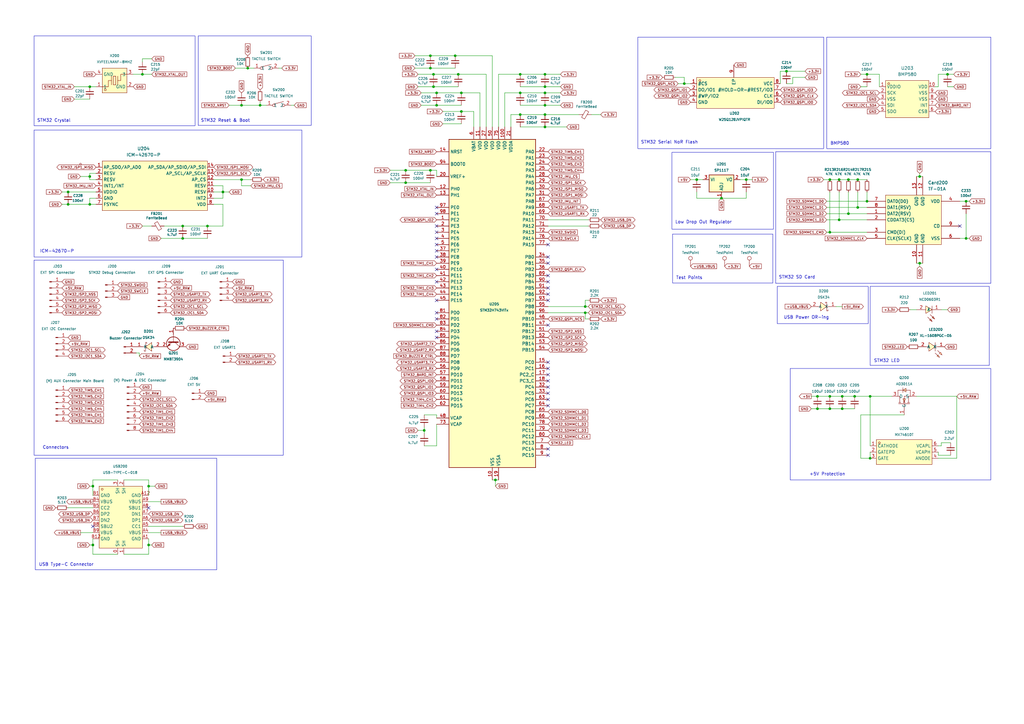
<source format=kicad_sch>
(kicad_sch (version 20250114) (generator "eeschema") (generator_version "9.0")
  (paper "A3")
  (rectangle (start 13.97 106.68) (end 116.205 186.69))
  (rectangle (start 14.478 187.96) (end 88.9 233.68))
  (rectangle (start 275.59 62.484) (end 317.246 93.98))
  (rectangle (start 261.62 15.24) (end 337.82 60.96))
  (rectangle (start 13.97 53.34) (end 123.825 105.41))
  (rectangle (start 13.97 14.732) (end 80.01 51.562))
  (rectangle (start 318.135 62.23) (end 406.4 116.205))
  (rectangle (start 275.844 96.012) (end 316.992 116.078))
  (rectangle (start 318.77 117.475) (end 356.108 132.715))
  (rectangle (start 356.87 117.475) (end 405.765 149.86))
  (rectangle (start 81.28 14.732) (end 127.635 51.435))
  (rectangle (start 339.09 15.24) (end 406.4 60.96))
  (rectangle (start 324.104 151.13) (end 406.4 196.85))
  (text "Low Drop Out Regulator" (at 288.544 91.186 0) (effects (font (size 1.27 1.27))))
  (text "STM32 SD Card" (at 326.898 113.792 0) (effects (font (size 1.27 1.27))))
  (text "BMP580" (at 344.424 58.928 0) (effects (font (size 1.27 1.27))))
  (text "+5V Protection" (at 339.344 194.564 0) (effects (font (size 1.27 1.27))))
  (text "STM32 Serial NoR Flash" (at 274.574 58.42 0) (effects (font (size 1.27 1.27))))
  (text "Connectors" (at 22.86 183.642 0) (effects (font (size 1.27 1.27))))
  (text "STM32 Crystal" (at 22.098 49.53 0) (effects (font (size 1.27 1.27))))
  (text "STM32 LED" (at 363.728 148.082 0) (effects (font (size 1.27 1.27))))
  (text "STM32 Reset & Boot" (at 92.456 49.53 0) (effects (font (size 1.27 1.27))))
  (text "USB Type-C Connector" (at 27.178 231.648 0) (effects (font (size 1.27 1.27))))
  (text "ICM-42670-P" (at 23.368 103.124 0) (effects (font (size 1.27 1.27))))
  (text "Test Points" (at 282.702 114.046 0) (effects (font (size 1.27 1.27))))
  (text "USB Power OR-ing" (at 330.708 130.302 0) (effects (font (size 1.27 1.27))))
  (junction (at 344.17 73.66))
  (junction (at 189.23 45.72))
  (junction (at 280.67 34.29))
  (junction (at 176.53 69.85))
  (junction (at 223.52 52.07))
  (junction (at 335.28 167.64))
  (junction (at 240.03 125.73))
  (junction (at 223.52 46.99))
  (junction (at 355.6 30.48))
  (junction (at 295.91 81.28))
  (junction (at 340.36 167.64))
  (junction (at 60.96 199.39))
  (junction (at 344.17 90.17))
  (junction (at 74.93 97.79))
  (junction (at 285.75 73.66))
  (junction (at 91.44 78.74))
  (junction (at 340.36 95.25))
  (junction (at 340.36 162.56))
  (junction (at 351.79 85.09))
  (junction (at 213.36 38.1))
  (junction (at 223.52 35.56))
  (junction (at 213.36 30.48))
  (junction (at 377.19 72.39))
  (junction (at 99.06 43.18))
  (junction (at 356.87 187.96))
  (junction (at 396.24 97.79))
  (junction (at 27.94 83.82))
  (junction (at 340.36 73.66))
  (junction (at 177.8 35.56))
  (junction (at 347.98 87.63))
  (junction (at 388.62 30.48))
  (junction (at 38.1 223.52))
  (junction (at 60.96 223.52))
  (junction (at 106.68 43.18))
  (junction (at 36.83 35.56))
  (junction (at 166.37 74.93))
  (junction (at 240.03 128.27))
  (junction (at 99.06 73.66))
  (junction (at 101.6 27.94))
  (junction (at 213.36 46.99))
  (junction (at 335.28 162.56))
  (junction (at 179.07 43.18))
  (junction (at 74.93 92.71))
  (junction (at 179.07 38.1))
  (junction (at 177.8 30.48))
  (junction (at 322.58 29.21))
  (junction (at 173.99 176.53))
  (junction (at 85.09 92.71))
  (junction (at 355.6 82.55))
  (junction (at 27.94 78.74))
  (junction (at 377.19 107.95))
  (junction (at 166.37 69.85))
  (junction (at 396.24 82.55))
  (junction (at 187.96 30.48))
  (junction (at 351.79 73.66))
  (junction (at 223.52 30.48))
  (junction (at 345.44 162.56))
  (junction (at 347.98 73.66))
  (junction (at 36.83 72.39))
  (junction (at 350.52 162.56))
  (junction (at 38.1 199.39))
  (junction (at 203.2 196.85))
  (junction (at 306.07 73.66))
  (junction (at 176.53 27.94))
  (junction (at 36.83 83.82))
  (junction (at 176.53 22.86))
  (junction (at 345.44 167.64))
  (junction (at 189.23 38.1))
  (junction (at 186.69 22.86))
  (junction (at 356.87 162.56))
  (junction (at 223.52 43.18))
  (junction (at 58.42 30.48))
  (junction (at 223.52 38.1))
  (no_connect (at 179.07 130.81))
  (no_connect (at 224.79 163.83))
  (no_connect (at 179.07 87.63))
  (no_connect (at 179.07 123.19))
  (no_connect (at 60.96 208.28))
  (no_connect (at 224.79 156.21))
  (no_connect (at 224.79 118.11))
  (no_connect (at 224.79 100.33))
  (no_connect (at 224.79 123.19))
  (no_connect (at 224.79 115.57))
  (no_connect (at 179.07 128.27))
  (no_connect (at 179.07 138.43))
  (no_connect (at 224.79 166.37))
  (no_connect (at 224.79 120.65))
  (no_connect (at 393.7 92.71))
  (no_connect (at 38.1 215.9))
  (no_connect (at 179.07 85.09))
  (no_connect (at 179.07 110.49))
  (no_connect (at 224.79 113.03))
  (no_connect (at 179.07 135.89))
  (no_connect (at 179.07 102.87))
  (no_connect (at 179.07 95.25))
  (no_connect (at 224.79 161.29))
  (no_connect (at 224.79 107.95))
  (no_connect (at 179.07 92.71))
  (no_connect (at 179.07 115.57))
  (no_connect (at 224.79 153.67))
  (no_connect (at 179.07 100.33))
  (no_connect (at 179.07 105.41))
  (no_connect (at 224.79 133.35))
  (no_connect (at 224.79 184.15))
  (no_connect (at 224.79 151.13))
  (no_connect (at 224.79 158.75))
  (no_connect (at 224.79 186.69))
  (no_connect (at 179.07 97.79))
  (no_connect (at 224.79 148.59))
  (no_connect (at 224.79 105.41))
  (wire (pts (xy 176.53 22.86) (xy 186.69 22.86)))
  (wire (pts (xy 36.83 81.28) (xy 36.83 83.82)))
  (wire (pts (xy 179.07 170.18) (xy 173.99 170.18)))
  (wire (pts (xy 347.98 87.63) (xy 347.98 78.74)))
  (wire (pts (xy 396.24 97.79) (xy 393.7 97.79)))
  (wire (pts (xy 332.74 162.56) (xy 335.28 162.56)))
  (wire (pts (xy 396.24 87.63) (xy 396.24 97.79)))
  (wire (pts (xy 224.79 125.73) (xy 240.03 125.73)))
  (wire (pts (xy 181.61 50.8) (xy 189.23 50.8)))
  (wire (pts (xy 36.83 73.66) (xy 39.37 73.66)))
  (wire (pts (xy 322.58 29.21) (xy 330.2 29.21)))
  (wire (pts (xy 375.92 72.39) (xy 377.19 72.39)))
  (wire (pts (xy 203.2 199.39) (xy 203.2 196.85)))
  (wire (pts (xy 177.8 30.48) (xy 187.96 30.48)))
  (wire (pts (xy 179.07 173.99) (xy 179.07 182.88)))
  (wire (pts (xy 60.96 199.39) (xy 60.96 203.2)))
  (wire (pts (xy 91.44 78.74) (xy 93.98 78.74)))
  (wire (pts (xy 344.17 73.66) (xy 347.98 73.66)))
  (wire (pts (xy 36.83 71.12) (xy 36.83 72.39)))
  (wire (pts (xy 209.55 46.99) (xy 209.55 52.07)))
  (wire (pts (xy 377.19 72.39) (xy 378.46 72.39)))
  (wire (pts (xy 377.19 71.12) (xy 377.19 72.39)))
  (wire (pts (xy 179.07 43.18) (xy 189.23 43.18)))
  (wire (pts (xy 87.63 76.2) (xy 91.44 76.2)))
  (wire (pts (xy 360.68 35.56) (xy 360.68 30.48)))
  (wire (pts (xy 224.79 90.17) (xy 241.3 90.17)))
  (wire (pts (xy 160.02 74.93) (xy 166.37 74.93)))
  (wire (pts (xy 58.42 24.13) (xy 58.42 25.4)))
  (wire (pts (xy 384.81 187.96) (xy 392.43 187.96)))
  (wire (pts (xy 166.37 69.85) (xy 176.53 69.85)))
  (wire (pts (xy 170.18 22.86) (xy 176.53 22.86)))
  (wire (pts (xy 27.94 78.74) (xy 39.37 78.74)))
  (wire (pts (xy 388.62 127) (xy 386.08 127)))
  (wire (pts (xy 351.79 85.09) (xy 351.79 78.74)))
  (wire (pts (xy 106.68 41.91) (xy 106.68 43.18)))
  (wire (pts (xy 392.43 187.96) (xy 392.43 162.56)))
  (wire (pts (xy 204.47 30.48) (xy 204.47 52.07)))
  (wire (pts (xy 223.52 38.1) (xy 213.36 38.1)))
  (wire (pts (xy 340.36 95.25) (xy 340.36 78.74)))
  (wire (pts (xy 60.96 218.44) (xy 66.04 218.44)))
  (wire (pts (xy 384.81 182.88) (xy 386.08 182.88)))
  (wire (pts (xy 179.07 38.1) (xy 189.23 38.1)))
  (wire (pts (xy 30.48 40.64) (xy 36.83 40.64)))
  (wire (pts (xy 36.83 72.39) (xy 33.02 72.39)))
  (wire (pts (xy 240.03 130.81) (xy 240.03 128.27)))
  (wire (pts (xy 356.87 162.56) (xy 365.76 162.56)))
  (wire (pts (xy 375.92 107.95) (xy 377.19 107.95)))
  (wire (pts (xy 179.07 171.45) (xy 179.07 170.18)))
  (wire (pts (xy 295.91 81.28) (xy 306.07 81.28)))
  (wire (pts (xy 383.54 35.56) (xy 384.81 35.56)))
  (wire (pts (xy 345.44 167.64) (xy 350.52 167.64)))
  (wire (pts (xy 201.93 22.86) (xy 201.93 52.07)))
  (wire (pts (xy 38.1 223.52) (xy 38.1 227.33)))
  (wire (pts (xy 36.83 199.39) (xy 38.1 199.39)))
  (wire (pts (xy 355.6 90.17) (xy 344.17 90.17)))
  (wire (pts (xy 285.75 78.74) (xy 285.75 81.28)))
  (wire (pts (xy 339.09 82.55) (xy 355.6 82.55)))
  (wire (pts (xy 388.62 35.56) (xy 391.16 35.56)))
  (wire (pts (xy 99.06 76.2) (xy 99.06 73.66)))
  (wire (pts (xy 36.83 72.39) (xy 36.83 73.66)))
  (wire (pts (xy 396.24 82.55) (xy 397.51 82.55)))
  (wire (pts (xy 173.99 176.53) (xy 171.45 176.53)))
  (wire (pts (xy 60.96 215.9) (xy 74.93 215.9)))
  (wire (pts (xy 63.5 199.39) (xy 60.96 199.39)))
  (wire (pts (xy 384.81 186.69) (xy 384.81 185.42)))
  (wire (pts (xy 85.09 92.71) (xy 91.44 92.71)))
  (wire (pts (xy 342.9 125.73) (xy 345.44 125.73)))
  (wire (pts (xy 345.44 162.56) (xy 350.52 162.56)))
  (wire (pts (xy 114.3 27.94) (xy 115.57 27.94)))
  (wire (pts (xy 355.6 87.63) (xy 347.98 87.63)))
  (wire (pts (xy 194.31 45.72) (xy 194.31 52.07)))
  (wire (pts (xy 36.83 71.12) (xy 39.37 71.12)))
  (wire (pts (xy 322.58 34.29) (xy 325.12 34.29)))
  (wire (pts (xy 339.09 87.63) (xy 347.98 87.63)))
  (wire (pts (xy 38.1 220.98) (xy 38.1 223.52)))
  (wire (pts (xy 36.83 83.82) (xy 39.37 83.82)))
  (wire (pts (xy 224.79 92.71) (xy 241.3 92.71)))
  (wire (pts (xy 397.51 97.79) (xy 396.24 97.79)))
  (wire (pts (xy 160.02 69.85) (xy 166.37 69.85)))
  (wire (pts (xy 62.23 24.13) (xy 58.42 24.13)))
  (wire (pts (xy 87.63 83.82) (xy 91.44 83.82)))
  (wire (pts (xy 172.72 43.18) (xy 179.07 43.18)))
  (wire (pts (xy 60.96 205.74) (xy 66.04 205.74)))
  (wire (pts (xy 30.48 35.56) (xy 36.83 35.56)))
  (wire (pts (xy 85.09 97.79) (xy 74.93 97.79)))
  (wire (pts (xy 306.07 78.74) (xy 306.07 81.28)))
  (wire (pts (xy 213.36 38.1) (xy 207.01 38.1)))
  (wire (pts (xy 389.89 186.69) (xy 384.81 186.69)))
  (wire (pts (xy 223.52 46.99) (xy 237.49 46.99)))
  (wire (pts (xy 87.63 78.74) (xy 91.44 78.74)))
  (wire (pts (xy 353.06 170.18) (xy 370.84 170.18)))
  (wire (pts (xy 332.74 167.64) (xy 335.28 167.64)))
  (wire (pts (xy 325.12 31.75) (xy 325.12 34.29)))
  (wire (pts (xy 360.68 30.48) (xy 355.6 30.48)))
  (wire (pts (xy 276.86 31.75) (xy 280.67 31.75)))
  (wire (pts (xy 350.52 162.56) (xy 356.87 162.56)))
  (wire (pts (xy 96.52 27.94) (xy 101.6 27.94)))
  (wire (pts (xy 356.87 162.56) (xy 356.87 182.88)))
  (wire (pts (xy 280.67 34.29) (xy 283.21 34.29)))
  (wire (pts (xy 229.87 35.56) (xy 223.52 35.56)))
  (wire (pts (xy 199.39 30.48) (xy 199.39 52.07)))
  (wire (pts (xy 393.7 82.55) (xy 396.24 82.55)))
  (wire (pts (xy 91.44 76.2) (xy 91.44 78.74)))
  (wire (pts (xy 223.52 52.07) (xy 232.41 52.07)))
  (wire (pts (xy 355.6 95.25) (xy 340.36 95.25)))
  (wire (pts (xy 119.38 43.18) (xy 120.65 43.18)))
  (wire (pts (xy 339.09 95.25) (xy 340.36 95.25)))
  (wire (pts (xy 224.79 128.27) (xy 240.03 128.27)))
  (wire (pts (xy 189.23 45.72) (xy 194.31 45.72)))
  (wire (pts (xy 344.17 90.17) (xy 344.17 78.74)))
  (wire (pts (xy 241.3 123.19) (xy 240.03 123.19)))
  (wire (pts (xy 38.1 196.85) (xy 38.1 199.39)))
  (wire (pts (xy 196.85 38.1) (xy 196.85 52.07)))
  (wire (pts (xy 375.92 127) (xy 373.38 127)))
  (wire (pts (xy 166.37 74.93) (xy 176.53 74.93)))
  (wire (pts (xy 339.09 85.09) (xy 351.79 85.09)))
  (wire (pts (xy 384.81 30.48) (xy 388.62 30.48)))
  (wire (pts (xy 38.1 227.33) (xy 48.26 227.33)))
  (wire (pts (xy 58.42 30.48) (xy 62.23 30.48)))
  (wire (pts (xy 384.81 35.56) (xy 384.81 30.48)))
  (wire (pts (xy 176.53 27.94) (xy 186.69 27.94)))
  (wire (pts (xy 355.6 78.74) (xy 355.6 82.55)))
  (wire (pts (xy 339.09 90.17) (xy 344.17 90.17)))
  (wire (pts (xy 179.07 182.88) (xy 173.99 182.88)))
  (wire (pts (xy 187.96 30.48) (xy 199.39 30.48)))
  (wire (pts (xy 340.36 162.56) (xy 345.44 162.56)))
  (wire (pts (xy 223.52 43.18) (xy 213.36 43.18)))
  (wire (pts (xy 27.94 83.82) (xy 36.83 83.82)))
  (wire (pts (xy 213.36 46.99) (xy 223.52 46.99)))
  (wire (pts (xy 172.72 38.1) (xy 179.07 38.1)))
  (wire (pts (xy 229.87 38.1) (xy 223.52 38.1)))
  (wire (pts (xy 213.36 46.99) (xy 209.55 46.99)))
  (wire (pts (xy 355.6 85.09) (xy 351.79 85.09)))
  (wire (pts (xy 36.83 223.52) (xy 38.1 223.52)))
  (wire (pts (xy 285.75 81.28) (xy 295.91 81.28)))
  (wire (pts (xy 386.08 182.88) (xy 386.08 181.61)))
  (wire (pts (xy 203.2 196.85) (xy 204.47 196.85)))
  (wire (pts (xy 356.87 187.96) (xy 356.87 185.42)))
  (wire (pts (xy 171.45 35.56) (xy 177.8 35.56)))
  (wire (pts (xy 223.52 30.48) (xy 213.36 30.48)))
  (wire (pts (xy 280.67 31.75) (xy 280.67 34.29)))
  (wire (pts (xy 229.87 30.48) (xy 223.52 30.48)))
  (wire (pts (xy 91.44 92.71) (xy 91.44 83.82)))
  (wire (pts (xy 176.53 69.85) (xy 179.07 69.85)))
  (wire (pts (xy 109.22 43.18) (xy 106.68 43.18)))
  (wire (pts (xy 320.04 34.29) (xy 320.04 29.21)))
  (wire (pts (xy 27.94 208.28) (xy 38.1 208.28)))
  (wire (pts (xy 229.87 43.18) (xy 223.52 43.18)))
  (wire (pts (xy 335.28 162.56) (xy 340.36 162.56)))
  (wire (pts (xy 303.53 73.66) (xy 306.07 73.66)))
  (wire (pts (xy 58.42 92.71) (xy 62.23 92.71)))
  (wire (pts (xy 213.36 52.07) (xy 223.52 52.07)))
  (wire (pts (xy 57.15 144.78) (xy 55.88 144.78)))
  (wire (pts (xy 386.08 181.61) (xy 389.89 181.61)))
  (wire (pts (xy 60.96 196.85) (xy 60.96 199.39)))
  (wire (pts (xy 278.13 34.29) (xy 280.67 34.29)))
  (wire (pts (xy 356.87 187.96) (xy 353.06 187.96)))
  (wire (pts (xy 91.44 81.28) (xy 91.44 78.74)))
  (wire (pts (xy 39.37 81.28) (xy 36.83 81.28)))
  (wire (pts (xy 320.04 29.21) (xy 322.58 29.21)))
  (wire (pts (xy 85.09 92.71) (xy 74.93 92.71)))
  (wire (pts (xy 170.18 27.94) (xy 176.53 27.94)))
  (wire (pts (xy 99.06 43.18) (xy 106.68 43.18)))
  (wire (pts (xy 38.1 199.39) (xy 38.1 203.2)))
  (wire (pts (xy 306.07 73.66) (xy 308.61 73.66)))
  (wire (pts (xy 74.93 97.79) (xy 66.04 97.79)))
  (wire (pts (xy 207.01 38.1) (xy 207.01 52.07)))
  (wire (pts (xy 377.19 107.95) (xy 378.46 107.95)))
  (wire (pts (xy 388.62 30.48) (xy 391.16 30.48)))
  (wire (pts (xy 25.4 78.74) (xy 27.94 78.74)))
  (wire (pts (xy 375.92 162.56) (xy 392.43 162.56)))
  (wire (pts (xy 99.06 76.2) (xy 102.87 76.2)))
  (wire (pts (xy 337.82 73.66) (xy 340.36 73.66)))
  (wire (pts (xy 87.63 73.66) (xy 99.06 73.66)))
  (wire (pts (xy 351.79 73.66) (xy 355.6 73.66)))
  (wire (pts (xy 240.03 125.73) (xy 241.3 125.73)))
  (wire (pts (xy 87.63 81.28) (xy 91.44 81.28)))
  (wire (pts (xy 33.02 218.44) (xy 38.1 218.44)))
  (wire (pts (xy 283.21 73.66) (xy 285.75 73.66)))
  (wire (pts (xy 285.75 73.66) (xy 288.29 73.66)))
  (wire (pts (xy 60.96 220.98) (xy 60.96 223.52)))
  (wire (pts (xy 54.61 30.48) (xy 58.42 30.48)))
  (wire (pts (xy 173.99 176.53) (xy 173.99 177.8)))
  (wire (pts (xy 355.6 35.56) (xy 353.06 35.56)))
  (wire (pts (xy 201.93 196.85) (xy 203.2 196.85)))
  (wire (pts (xy 377.19 109.22) (xy 377.19 107.95)))
  (wire (pts (xy 189.23 38.1) (xy 196.85 38.1)))
  (wire (pts (xy 60.96 223.52) (xy 60.96 227.33)))
  (wire (pts (xy 177.8 35.56) (xy 187.96 35.56)))
  (wire (pts (xy 246.38 46.99) (xy 242.57 46.99)))
  (wire (pts (xy 74.93 92.71) (xy 67.31 92.71)))
  (wire (pts (xy 241.3 130.81) (xy 240.03 130.81)))
  (wire (pts (xy 171.45 30.48) (xy 177.8 30.48)))
  (wire (pts (xy 50.8 227.33) (xy 60.96 227.33)))
  (wire (pts (xy 25.4 83.82) (xy 27.94 83.82)))
  (wire (pts (xy 57.15 146.05) (xy 57.15 144.78)))
  (wire (pts (xy 340.36 73.66) (xy 344.17 73.66)))
  (wire (pts (xy 330.2 31.75) (xy 325.12 31.75)))
  (wire (pts (xy 340.36 167.64) (xy 345.44 167.64)))
  (wire (pts (xy 355.6 30.48) (xy 353.06 30.48)))
  (wire (pts (xy 101.6 27.94) (xy 104.14 27.94)))
  (wire (pts (xy 173.99 175.26) (xy 173.99 176.53)))
  (wire (pts (xy 99.06 43.18) (xy 93.98 43.18)))
  (wire (pts (xy 179.07 69.85) (xy 179.07 72.39)))
  (wire (pts (xy 50.8 196.85) (xy 60.96 196.85)))
  (wire (pts (xy 36.83 35.56) (xy 39.37 35.56)))
  (wire (pts (xy 353.06 187.96) (xy 353.06 170.18)))
  (wire (pts (xy 186.69 22.86) (xy 201.93 22.86)))
  (wire (pts (xy 335.28 167.64) (xy 340.36 167.64)))
  (wire (pts (xy 62.23 223.52) (xy 60.96 223.52)))
  (wire (pts (xy 347.98 73.66) (xy 351.79 73.66)))
  (wire (pts (xy 38.1 196.85) (xy 48.26 196.85)))
  (wire (pts (xy 213.36 30.48) (xy 204.47 30.48)))
  (wire (pts (xy 240.03 128.27) (xy 241.3 128.27)))
  (wire (pts (xy 223.52 35.56) (xy 213.36 35.56)))
  (wire (pts (xy 240.03 123.19) (xy 240.03 125.73)))
  (wire (pts (xy 102.87 73.66) (xy 99.06 73.66)))
  (wire (pts (xy 181.61 45.72) (xy 189.23 45.72)))
  (global_label "STM32_I2C1_SDA" (shape bidirectional) (at 69.85 128.27 0) (effects (font (size 1 1))) (property "Intersheetrefs" "${INTERSHEET_REFS}" (effects (hide yes))))
  (global_label "STM32_USART2_TX" (shape bidirectional) (at 69.85 120.65 0) (effects (font (size 1 1))) (property "Intersheetrefs" "${INTERSHEET_REFS}" (effects (hide yes))))
  (global_label "STM32_QSPI_IO2" (shape bidirectional) (at 179.07 90.17 180) (effects (font (size 1 1))) (property "Intersheetrefs" "${INTERSHEET_REFS}" (effects (hide yes))))
  (global_label "+3.3V" (shape input) (at 107.95 73.66 0) (effects (font (size 1 1))) (property "Intersheetrefs" "${INTERSHEET_REFS}" (effects (hide yes))))
  (global_label "+5V_RAW" (shape input) (at 69.85 118.11 0) (effects (font (size 1 1))) (property "Intersheetrefs" "${INTERSHEET_REFS}" (effects (hide yes))))
  (global_label "+5V_RAW" (shape input) (at 392.43 162.56 0) (effects (font (size 1 1))) (property "Intersheetrefs" "${INTERSHEET_REFS}" (effects (hide yes))))
  (global_label "GND" (shape input) (at 383.54 38.1 0) (effects (font (size 1 1))) (property "Intersheetrefs" "${INTERSHEET_REFS}" (effects (hide yes))))
  (global_label "STM32_ISP2_NSS" (shape input) (at 25.4 120.65 0) (effects (font (size 1 1))) (property "Intersheetrefs" "${INTERSHEET_REFS}" (effects (hide yes))))
  (global_label "GND" (shape input) (at 203.2 199.39 0) (effects (font (size 1 1))) (property "Intersheetrefs" "${INTERSHEET_REFS}" (effects (hide yes))))
  (global_label "STM32_ISP2_SCK" (shape bidirectional) (at 25.4 123.19 0) (effects (font (size 1 1))) (property "Intersheetrefs" "${INTERSHEET_REFS}" (effects (hide yes))))
  (global_label "STM32_TIM5_CH1" (shape input) (at 224.79 62.23 0) (effects (font (size 1 1))) (property "Intersheetrefs" "${INTERSHEET_REFS}" (effects (hide yes))))
  (global_label "STM32_I2C1_SCL" (shape bidirectional) (at 241.3 125.73 0) (effects (font (size 1 1))) (property "Intersheetrefs" "${INTERSHEET_REFS}" (effects (hide yes))))
  (global_label "STM32_QSPI_IO3" (shape bidirectional) (at 320.04 36.83 0) (effects (font (size 1 1))) (property "Intersheetrefs" "${INTERSHEET_REFS}" (effects (hide yes))))
  (global_label "+5V" (shape input) (at 283.21 73.66 180) (effects (font (size 1 1))) (property "Intersheetrefs" "${INTERSHEET_REFS}" (effects (hide yes))))
  (global_label "+USB_VBUS" (shape input) (at 332.74 125.73 180) (effects (font (size 1 1))) (property "Intersheetrefs" "${INTERSHEET_REFS}" (effects (hide yes))))
  (global_label "STM32_TIM5_CH2" (shape input) (at 224.79 64.77 0) (effects (font (size 1 1))) (property "Intersheetrefs" "${INTERSHEET_REFS}" (effects (hide yes))))
  (global_label "STM32_ISP2_NSS" (shape input) (at 224.79 135.89 0) (effects (font (size 1 1))) (property "Intersheetrefs" "${INTERSHEET_REFS}" (effects (hide yes))))
  (global_label "STM32_QSPI_CLK" (shape bidirectional) (at 224.79 110.49 0) (effects (font (size 1 1))) (property "Intersheetrefs" "${INTERSHEET_REFS}" (effects (hide yes))))
  (global_label "+3.3V" (shape input) (at 229.87 38.1 0) (effects (font (size 1 1))) (property "Intersheetrefs" "${INTERSHEET_REFS}" (effects (hide yes))))
  (global_label "GND" (shape input) (at 69.85 115.57 0) (effects (font (size 1 1))) (property "Intersheetrefs" "${INTERSHEET_REFS}" (effects (hide yes))))
  (global_label "+5V_RAW" (shape input) (at 83.82 163.83 0) (effects (font (size 1 1))) (property "Intersheetrefs" "${INTERSHEET_REFS}" (effects (hide yes))))
  (global_label "STM32_SWCLK" (shape input) (at 48.26 119.38 0) (effects (font (size 1 1))) (property "Intersheetrefs" "${INTERSHEET_REFS}" (effects (hide yes))))
  (global_label "STM32_IMU_CS" (shape input) (at 224.79 72.39 0) (effects (font (size 1 1))) (property "Intersheetrefs" "${INTERSHEET_REFS}" (effects (hide yes))))
  (global_label "+3.3V" (shape input) (at 353.06 30.48 180) (effects (font (size 1 1))) (property "Intersheetrefs" "${INTERSHEET_REFS}" (effects (hide yes))))
  (global_label "+3.3V" (shape input) (at 229.87 30.48 0) (effects (font (size 1 1))) (property "Intersheetrefs" "${INTERSHEET_REFS}" (effects (hide yes))))
  (global_label "STM32_I2C1_SDA" (shape bidirectional) (at 27.94 146.05 0) (effects (font (size 1 1))) (property "Intersheetrefs" "${INTERSHEET_REFS}" (effects (hide yes))))
  (global_label "STM32_ISP2_MISO" (shape bidirectional) (at 224.79 140.97 0) (effects (font (size 1 1))) (property "Intersheetrefs" "${INTERSHEET_REFS}" (effects (hide yes))))
  (global_label "STM32_USART2_RX" (shape bidirectional) (at 69.85 123.19 0) (effects (font (size 1 1))) (property "Intersheetrefs" "${INTERSHEET_REFS}" (effects (hide yes))))
  (global_label "GND" (shape input) (at 388.62 127 0) (effects (font (size 1 1))) (property "Intersheetrefs" "${INTERSHEET_REFS}" (effects (hide yes))))
  (global_label "GND" (shape input) (at 171.45 176.53 180) (effects (font (size 1 1))) (property "Intersheetrefs" "${INTERSHEET_REFS}" (effects (hide yes))))
  (global_label "STM32_I2C1_SCL" (shape bidirectional) (at 57.15 163.83 0) (effects (font (size 1 1))) (property "Intersheetrefs" "${INTERSHEET_REFS}" (effects (hide yes))))
  (global_label "+5V_RAW" (shape input) (at 57.15 161.29 0) (effects (font (size 1 1))) (property "Intersheetrefs" "${INTERSHEET_REFS}" (effects (hide yes))))
  (global_label "+5V" (shape output) (at 332.74 162.56 180) (effects (font (size 1 1))) (property "Intersheetrefs" "${INTERSHEET_REFS}" (effects (hide yes))))
  (global_label "GND" (shape input) (at 27.94 138.43 0) (effects (font (size 1 1))) (property "Intersheetrefs" "${INTERSHEET_REFS}" (effects (hide yes))))
  (global_label "GND" (shape input) (at 62.23 223.52 0) (effects (font (size 1 1))) (property "Intersheetrefs" "${INTERSHEET_REFS}" (effects (hide yes))))
  (global_label "STM32_BARO_INT" (shape input) (at 383.54 43.18 0) (effects (font (size 1 1))) (property "Intersheetrefs" "${INTERSHEET_REFS}" (effects (hide yes))))
  (global_label "+3.3V" (shape input) (at 271.78 31.75 180) (effects (font (size 1 1))) (property "Intersheetrefs" "${INTERSHEET_REFS}" (effects (hide yes))))
  (global_label "GND" (shape input) (at 36.83 199.39 180) (effects (font (size 1 1))) (property "Intersheetrefs" "${INTERSHEET_REFS}" (effects (hide yes))))
  (global_label "GND" (shape input) (at 160.02 74.93 180) (effects (font (size 1 1))) (property "Intersheetrefs" "${INTERSHEET_REFS}" (effects (hide yes))))
  (global_label "STM32_USB_DP" (shape bidirectional) (at 60.96 213.36 0) (effects (font (size 1 1))) (property "Intersheetrefs" "${INTERSHEET_REFS}" (effects (hide yes))))
  (global_label "STM32_I2C1_SCL" (shape bidirectional) (at 69.85 125.73 0) (effects (font (size 1 1))) (property "Intersheetrefs" "${INTERSHEET_REFS}" (effects (hide yes))))
  (global_label "GND" (shape input) (at 170.18 27.94 180) (effects (font (size 1 1))) (property "Intersheetrefs" "${INTERSHEET_REFS}" (effects (hide yes))))
  (global_label "STM32_LED" (shape input) (at 224.79 181.61 0) (effects (font (size 1 1))) (property "Intersheetrefs" "${INTERSHEET_REFS}" (effects (hide yes))))
  (global_label "STM32_USART2_RX" (shape bidirectional) (at 179.07 143.51 180) (effects (font (size 1 1))) (property "Intersheetrefs" "${INTERSHEET_REFS}" (effects (hide yes))))
  (global_label "STM32_XTAL_IN" (shape input) (at 179.07 77.47 180) (effects (font (size 1 1))) (property "Intersheetrefs" "${INTERSHEET_REFS}" (effects (hide yes))))
  (global_label "GND" (shape input) (at 360.68 45.72 180) (effects (font (size 1 1))) (property "Intersheetrefs" "${INTERSHEET_REFS}" (effects (hide yes))))
  (global_label "+3.3V" (shape input) (at 172.72 38.1 180) (effects (font (size 1 1))) (property "Intersheetrefs" "${INTERSHEET_REFS}" (effects (hide yes))))
  (global_label "GND" (shape input) (at 397.51 97.79 0) (effects (font (size 1 1))) (property "Intersheetrefs" "${INTERSHEET_REFS}" (effects (hide yes))))
  (global_label "STM32_TIM4_CH1" (shape input) (at 27.94 170.18 0) (effects (font (size 1 1))) (property "Intersheetrefs" "${INTERSHEET_REFS}" (effects (hide yes))))
  (global_label "GND" (shape input) (at 30.48 40.64 180) (effects (font (size 1 1))) (property "Intersheetrefs" "${INTERSHEET_REFS}" (effects (hide yes))))
  (global_label "GND" (shape input) (at 387.35 142.24 0) (effects (font (size 1 1))) (property "Intersheetrefs" "${INTERSHEET_REFS}" (effects (hide yes))))
  (global_label "GND" (shape input) (at 25.4 83.82 180) (effects (font (size 1 1))) (property "Intersheetrefs" "${INTERSHEET_REFS}" (effects (hide yes))))
  (global_label "GND" (shape input) (at 93.98 78.74 0) (effects (font (size 1 1))) (property "Intersheetrefs" "${INTERSHEET_REFS}" (effects (hide yes))))
  (global_label "STM32_TIM1_CH3" (shape input) (at 179.07 118.11 180) (effects (font (size 1 1))) (property "Intersheetrefs" "${INTERSHEET_REFS}" (effects (hide yes))))
  (global_label "STM32_BOOT" (shape input) (at 96.52 27.94 180) (effects (font (size 1 1))) (property "Intersheetrefs" "${INTERSHEET_REFS}" (effects (hide yes))))
  (global_label "+3.3V" (shape input) (at 368.3 127 180) (effects (font (size 1 1))) (property "Intersheetrefs" "${INTERSHEET_REFS}" (effects (hide yes))))
  (global_label "STM32_USART3_TX" (shape bidirectional) (at 95.25 120.65 0) (effects (font (size 1 1))) (property "Intersheetrefs" "${INTERSHEET_REFS}" (effects (hide yes))))
  (global_label "GND" (shape input) (at 39.37 30.48 180) (effects (font (size 1 1))) (property "Intersheetrefs" "${INTERSHEET_REFS}" (effects (hide yes))))
  (global_label "STM32_SDMMC1_CMD" (shape input) (at 339.09 95.25 180) (effects (font (size 1 1))) (property "Intersheetrefs" "${INTERSHEET_REFS}" (effects (hide yes))))
  (global_label "STM32_USART3_RX" (shape bidirectional) (at 179.07 151.13 180) (effects (font (size 1 1))) (property "Intersheetrefs" "${INTERSHEET_REFS}" (effects (hide yes))))
  (global_label "STM32_QSPI_IO0" (shape bidirectional) (at 179.07 156.21 180) (effects (font (size 1 1))) (property "Intersheetrefs" "${INTERSHEET_REFS}" (effects (hide yes))))
  (global_label "STM32_QSPI_NCS" (shape input) (at 224.79 130.81 0) (effects (font (size 1 1))) (property "Intersheetrefs" "${INTERSHEET_REFS}" (effects (hide yes))))
  (global_label "+3.3V" (shape output) (at 308.61 73.66 0) (effects (font (size 1 1))) (property "Intersheetrefs" "${INTERSHEET_REFS}" (effects (hide yes))))
  (global_label "STM32_ISP2_MOSI" (shape bidirectional) (at 25.4 128.27 0) (effects (font (size 1 1))) (property "Intersheetrefs" "${INTERSHEET_REFS}" (effects (hide yes))))
  (global_label "STM32_SDMMC1_D3" (shape input) (at 224.79 176.53 0) (effects (font (size 1 1))) (property "Intersheetrefs" "${INTERSHEET_REFS}" (effects (hide yes))))
  (global_label "STM32_QSPI_IO1" (shape bidirectional) (at 179.07 158.75 180) (effects (font (size 1 1))) (property "Intersheetrefs" "${INTERSHEET_REFS}" (effects (hide yes))))
  (global_label "STM32_TIM5_CH4" (shape input) (at 27.94 167.64 0) (effects (font (size 1 1))) (property "Intersheetrefs" "${INTERSHEET_REFS}" (effects (hide yes))))
  (global_label "+5V_RAW" (shape input) (at 57.15 146.05 0) (effects (font (size 1 1))) (property "Intersheetrefs" "${INTERSHEET_REFS}" (effects (hide yes))))
  (global_label "GND" (shape input) (at 22.86 208.28 180) (effects (font (size 1 1))) (property "Intersheetrefs" "${INTERSHEET_REFS}" (effects (hide yes))))
  (global_label "STM32_QSPI_IO2" (shape bidirectional) (at 283.21 39.37 180) (effects (font (size 1 1))) (property "Intersheetrefs" "${INTERSHEET_REFS}" (effects (hide yes))))
  (global_label "+3.3V" (shape input) (at 330.2 29.21 0) (effects (font (size 1 1))) (property "Intersheetrefs" "${INTERSHEET_REFS}" (effects (hide yes))))
  (global_label "+3.3V" (shape input) (at 160.02 69.85 180) (effects (font (size 1 1))) (property "Intersheetrefs" "${INTERSHEET_REFS}" (effects (hide yes))))
  (global_label "GND" (shape input) (at 283.21 41.91 180) (effects (font (size 1 1))) (property "Intersheetrefs" "${INTERSHEET_REFS}" (effects (hide yes))))
  (global_label "GND" (shape input) (at 353.06 35.56 180) (effects (font (size 1 1))) (property "Intersheetrefs" "${INTERSHEET_REFS}" (effects (hide yes))))
  (global_label "STM32_USB_DN" (shape bidirectional) (at 60.96 210.82 0) (effects (font (size 1 1))) (property "Intersheetrefs" "${INTERSHEET_REFS}" (effects (hide yes))))
  (global_label "+3.3V" (shape input) (at 246.38 130.81 0) (effects (font (size 1 1))) (property "Intersheetrefs" "${INTERSHEET_REFS}" (effects (hide yes))))
  (global_label "+5V_RAW" (shape input) (at 25.4 118.11 0) (effects (font (size 1 1))) (property "Intersheetrefs" "${INTERSHEET_REFS}" (effects (hide yes))))
  (global_label "GND" (shape input) (at 383.54 40.64 0) (effects (font (size 1 1))) (property "Intersheetrefs" "${INTERSHEET_REFS}" (effects (hide yes))))
  (global_label "STM32_SWDIO" (shape input) (at 48.26 116.84 0) (effects (font (size 1 1))) (property "Intersheetrefs" "${INTERSHEET_REFS}" (effects (hide yes))))
  (global_label "+3.3V" (shape input) (at 397.51 82.55 0) (effects (font (size 1 1))) (property "Intersheetrefs" "${INTERSHEET_REFS}" (effects (hide yes))))
  (global_label "STM32_I2C1_SDA" (shape bidirectional) (at 57.15 166.37 0) (effects (font (size 1 1))) (property "Intersheetrefs" "${INTERSHEET_REFS}" (effects (hide yes))))
  (global_label "+3.3V" (shape input) (at 106.68 36.83 90) (effects (font (size 1 1))) (property "Intersheetrefs" "${INTERSHEET_REFS}" (effects (hide yes))))
  (global_label "STM32_SDMMC1_CLK" (shape input) (at 355.6 97.79 180) (effects (font (size 1 1))) (property "Intersheetrefs" "${INTERSHEET_REFS}" (effects (hide yes))))
  (global_label "STM32_SWDIO" (shape input) (at 224.79 95.25 0) (effects (font (size 1 1))) (property "Intersheetrefs" "${INTERSHEET_REFS}" (effects (hide yes))))
  (global_label "STM32_IMU_INT" (shape input) (at 39.37 76.2 180) (effects (font (size 1 1))) (property "Intersheetrefs" "${INTERSHEET_REFS}" (effects (hide yes))))
  (global_label "+3.3V" (shape input) (at 171.45 30.48 180) (effects (font (size 1 1))) (property "Intersheetrefs" "${INTERSHEET_REFS}" (effects (hide yes))))
  (global_label "STM32_ISP1_MISO" (shape bidirectional) (at 224.79 77.47 0) (effects (font (size 1 1))) (property "Intersheetrefs" "${INTERSHEET_REFS}" (effects (hide yes))))
  (global_label "STM32_BOOT" (shape input) (at 179.07 67.31 180) (effects (font (size 1 1))) (property "Intersheetrefs" "${INTERSHEET_REFS}" (effects (hide yes))))
  (global_label "GND" (shape input) (at 66.04 97.79 180) (effects (font (size 1 1))) (property "Intersheetrefs" "${INTERSHEET_REFS}" (effects (hide yes))))
  (global_label "+USB_VBUS" (shape input) (at 283.21 109.22 0) (effects (font (size 1 1))) (property "Intersheetrefs" "${INTERSHEET_REFS}" (effects (hide yes))))
  (global_label "STM32_USB_DP" (shape bidirectional) (at 38.1 210.82 180) (effects (font (size 1 1))) (property "Intersheetrefs" "${INTERSHEET_REFS}" (effects (hide yes))))
  (global_label "STM32_USB_DN" (shape bidirectional) (at 38.1 213.36 180) (effects (font (size 1 1))) (property "Intersheetrefs" "${INTERSHEET_REFS}" (effects (hide yes))))
  (global_label "STM32_TIM5_CH1" (shape input) (at 27.94 160.02 0) (effects (font (size 1 1))) (property "Intersheetrefs" "${INTERSHEET_REFS}" (effects (hide yes))))
  (global_label "STM32_QSPI_IO0" (shape bidirectional) (at 320.04 41.91 0) (effects (font (size 1 1))) (property "Intersheetrefs" "${INTERSHEET_REFS}" (effects (hide yes))))
  (global_label "STM32_I2C1_SCL" (shape bidirectional) (at 27.94 143.51 0) (effects (font (size 1 1))) (property "Intersheetrefs" "${INTERSHEET_REFS}" (effects (hide yes))))
  (global_label "STM32_ISP1_SCK" (shape bidirectional) (at 224.79 74.93 0) (effects (font (size 1 1))) (property "Intersheetrefs" "${INTERSHEET_REFS}" (effects (hide yes))))
  (global_label "+5V_RAW" (shape input) (at 27.94 140.97 0) (effects (font (size 1 1))) (property "Intersheetrefs" "${INTERSHEET_REFS}" (effects (hide yes))))
  (global_label "STM32_USART3_RX" (shape bidirectional) (at 95.25 123.19 0) (effects (font (size 1 1))) (property "Intersheetrefs" "${INTERSHEET_REFS}" (effects (hide yes))))
  (global_label "STM32_SWCLK" (shape input) (at 224.79 97.79 0) (effects (font (size 1 1))) (property "Intersheetrefs" "${INTERSHEET_REFS}" (effects (hide yes))))
  (global_label "GND" (shape input) (at 391.16 35.56 0) (effects (font (size 1 1))) (property "Intersheetrefs" "${INTERSHEET_REFS}" (effects (hide yes))))
  (global_label "STM32_ISP2_MISO" (shape bidirectional) (at 25.4 125.73 0) (effects (font (size 1 1))) (property "Intersheetrefs" "${INTERSHEET_REFS}" (effects (hide yes))))
  (global_label "STM32_QSPI_NCS" (shape input) (at 278.13 34.29 180) (effects (font (size 1 1))) (property "Intersheetrefs" "${INTERSHEET_REFS}" (effects (hide yes))))
  (global_label "STM32_SDMMC1_D0" (shape input) (at 339.09 82.55 180) (effects (font (size 1 1))) (property "Intersheetrefs" "${INTERSHEET_REFS}" (effects (hide yes))))
  (global_label "+5V_RAW" (shape output) (at 345.44 125.73 0) (effects (font (size 1 1))) (property "Intersheetrefs" "${INTERSHEET_REFS}" (effects (hide yes))))
  (global_label "STM32_TIM4_CH1" (shape input) (at 179.07 163.83 180) (effects (font (size 1 1))) (property "Intersheetrefs" "${INTERSHEET_REFS}" (effects (hide yes))))
  (global_label "STM32_ISP1_MOSI" (shape bidirectional) (at 224.79 80.01 0) (effects (font (size 1 1))) (property "Intersheetrefs" "${INTERSHEET_REFS}" (effects (hide yes))))
  (global_label "STM32_USB_DN" (shape bidirectional) (at 246.38 90.17 0) (effects (font (size 1 1))) (property "Intersheetrefs" "${INTERSHEET_REFS}" (effects (hide yes))))
  (global_label "STM32_USART2_TX" (shape bidirectional) (at 179.07 140.97 180) (effects (font (size 1 1))) (property "Intersheetrefs" "${INTERSHEET_REFS}" (effects (hide yes))))
  (global_label "STM32_IMU_CS" (shape input) (at 102.87 76.2 0) (effects (font (size 1 1))) (property "Intersheetrefs" "${INTERSHEET_REFS}" (effects (hide yes))))
  (global_label "STM32_XTAL_OUT" (shape input) (at 62.23 30.48 0) (effects (font (size 1 1))) (property "Intersheetrefs" "${INTERSHEET_REFS}" (effects (hide yes))))
  (global_label "+3.3V" (shape input) (at 170.18 22.86 180) (effects (font (size 1 1))) (property "Intersheetrefs" "${INTERSHEET_REFS}" (effects (hide yes))))
  (global_label "STM32_TIM4_CH2" (shape input) (at 27.94 172.72 0) (effects (font (size 1 1))) (property "Intersheetrefs" "${INTERSHEET_REFS}" (effects (hide yes))))
  (global_label "+USB_VBUS" (shape output) (at 33.02 218.44 180) (effects (font (size 1 1))) (property "Intersheetrefs" "${INTERSHEET_REFS}" (effects (hide yes))))
  (global_label "STM32_BARO_INT" (shape input) (at 179.07 153.67 180) (effects (font (size 1 1))) (property "Intersheetrefs" "${INTERSHEET_REFS}" (effects (hide yes))))
  (global_label "STM32_USB_DP" (shape bidirectional) (at 246.38 92.71 0) (effects (font (size 1 1))) (property "Intersheetrefs" "${INTERSHEET_REFS}" (effects (hide yes))))
  (global_label "STM32_TIM5_CH3" (shape input) (at 224.79 67.31 0) (effects (font (size 1 1))) (property "Intersheetrefs" "${INTERSHEET_REFS}" (effects (hide yes))))
  (global_label "GND" (shape input) (at 95.25 115.57 0) (effects (font (size 1 1))) (property "Intersheetrefs" "${INTERSHEET_REFS}" (effects (hide yes))))
  (global_label "+3.3V" (shape input) (at 181.61 45.72 180) (effects (font (size 1 1))) (property "Intersheetrefs" "${INTERSHEET_REFS}" (effects (hide yes))))
  (global_label "GND" (shape input) (at 172.72 43.18 180) (effects (font (size 1 1))) (property "Intersheetrefs" "${INTERSHEET_REFS}" (effects (hide yes))))
  (global_label "GND" (shape input) (at 76.2 142.24 0) (effects (font (size 1 1))) (property "Intersheetrefs" "${INTERSHEET_REFS}" (effects (hide yes))))
  (global_label "+3.3V" (shape input) (at 115.57 27.94 0) (effects (font (size 1 1))) (property "Intersheetrefs" "${INTERSHEET_REFS}" (effects (hide yes))))
  (global_label "STM32_BUZZER_CTRL" (shape input) (at 76.2 134.62 0) (effects (font (size 1 1))) (property "Intersheetrefs" "${INTERSHEET_REFS}" (effects (hide yes))))
  (global_label "STM32_SDMMC1_D1" (shape input) (at 224.79 171.45 0) (effects (font (size 1 1))) (property "Intersheetrefs" "${INTERSHEET_REFS}" (effects (hide yes))))
  (global_label "GND" (shape input) (at 360.68 40.64 180) (effects (font (size 1 1))) (property "Intersheetrefs" "${INTERSHEET_REFS}" (effects (hide yes))))
  (global_label "GND" (shape input) (at 120.65 43.18 0) (effects (font (size 1 1))) (property "Intersheetrefs" "${INTERSHEET_REFS}" (effects (hide yes))))
  (global_label "GND" (shape input) (at 300.99 26.67 0) (effects (font (size 1 1))) (property "Intersheetrefs" "${INTERSHEET_REFS}" (effects (hide yes))))
  (global_label "+3.3V" (shape input) (at 383.54 45.72 0) (effects (font (size 1 1))) (property "Intersheetrefs" "${INTERSHEET_REFS}" (effects (hide yes))))
  (global_label "+3.3V" (shape input) (at 337.82 73.66 180) (effects (font (size 1 1))) (property "Intersheetrefs" "${INTERSHEET_REFS}" (effects (hide yes))))
  (global_label "GND" (shape input) (at 48.26 121.92 0) (effects (font (size 1 1))) (property "Intersheetrefs" "${INTERSHEET_REFS}" (effects (hide yes))))
  (global_label "GND" (shape input) (at 181.61 50.8 180) (effects (font (size 1 1))) (property "Intersheetrefs" "${INTERSHEET_REFS}" (effects (hide yes))))
  (global_label "STM32_LED" (shape input) (at 372.11 142.24 180) (effects (font (size 1 1))) (property "Intersheetrefs" "${INTERSHEET_REFS}" (effects (hide yes))))
  (global_label "STM32_ISP1_MISO" (shape bidirectional) (at 39.37 68.58 180) (effects (font (size 1 1))) (property "Intersheetrefs" "${INTERSHEET_REFS}" (effects (hide yes))))
  (global_label "STM32_USART1_TX" (shape bidirectional) (at 96.52 146.05 0) (effects (font (size 1 1))) (property "Intersheetrefs" "${INTERSHEET_REFS}" (effects (hide yes))))
  (global_label "STM32_NRST" (shape input) (at 179.07 62.23 180) (effects (font (size 1 1))) (property "Intersheetrefs" "${INTERSHEET_REFS}" (effects (hide yes))))
  (global_label "STM32_XTAL_OUT" (shape input) (at 179.07 80.01 180) (effects (font (size 1 1))) (property "Intersheetrefs" "${INTERSHEET_REFS}" (effects (hide yes))))
  (global_label "STM32_I2C1_SDA" (shape bidirectional) (at 360.68 43.18 180) (effects (font (size 1 1))) (property "Intersheetrefs" "${INTERSHEET_REFS}" (effects (hide yes))))
  (global_label "STM32_TIM1_CH1" (shape input) (at 179.07 107.95 180) (effects (font (size 1 1))) (property "Intersheetrefs" "${INTERSHEET_REFS}" (effects (hide yes))))
  (global_label "GND" (shape input) (at 232.41 52.07 0) (effects (font (size 1 1))) (property "Intersheetrefs" "${INTERSHEET_REFS}" (effects (hide yes))))
  (global_label "GND" (shape input) (at 99.06 38.1 90) (effects (font (size 1 1))) (property "Intersheetrefs" "${INTERSHEET_REFS}" (effects (hide yes))))
  (global_label "STM32_SDMMC1_D0" (shape input) (at 224.79 168.91 0) (effects (font (size 1 1))) (property "Intersheetrefs" "${INTERSHEET_REFS}" (effects (hide yes))))
  (global_label "STM32_TIM1_CH2" (shape input) (at 179.07 113.03 180) (effects (font (size 1 1))) (property "Intersheetrefs" "${INTERSHEET_REFS}" (effects (hide yes))))
  (global_label "STM32_SDMMC1_D3" (shape input) (at 339.09 90.17 180) (effects (font (size 1 1))) (property "Intersheetrefs" "${INTERSHEET_REFS}" (effects (hide yes))))
  (global_label "GND" (shape input) (at 101.6 22.86 90) (effects (font (size 1 1))) (property "Intersheetrefs" "${INTERSHEET_REFS}" (effects (hide yes))))
  (global_label "+3.3V" (shape input) (at 58.42 92.71 180) (effects (font (size 1 1))) (property "Intersheetrefs" "${INTERSHEET_REFS}" (effects (hide yes))))
  (global_label "GND" (shape input) (at 63.5 199.39 0) (effects (font (size 1 1))) (property "Intersheetrefs" "${INTERSHEET_REFS}" (effects (hide yes))))
  (global_label "+3.3V" (shape input) (at 246.38 46.99 0) (effects (font (size 1 1))) (property "Intersheetrefs" "${INTERSHEET_REFS}" (effects (hide yes))))
  (global_label "STM32_ISP1_SCK" (shape bidirectional) (at 87.63 71.12 0) (effects (font (size 1 1))) (property "Intersheetrefs" "${INTERSHEET_REFS}" (effects (hide yes))))
  (global_label "GND" (shape input) (at 83.82 161.29 0) (effects (font (size 1 1))) (property "Intersheetrefs" "${INTERSHEET_REFS}" (effects (hide yes))))
  (global_label "GND" (shape input) (at 229.87 35.56 0) (effects (font (size 1 1))) (property "Intersheetrefs" "${INTERSHEET_REFS}" (effects (hide yes))))
  (global_label "+USB_VBUS" (shape output) (at 66.04 205.74 0) (effects (font (size 1 1))) (property "Intersheetrefs" "${INTERSHEET_REFS}" (effects (hide yes))))
  (global_label "GND" (shape input) (at 62.23 24.13 0) (effects (font (size 1 1))) (property "Intersheetrefs" "${INTERSHEET_REFS}" (effects (hide yes))))
  (global_label "STM32_QSPI_IO1" (shape bidirectional) (at 283.21 36.83 180) (effects (font (size 1 1))) (property "Intersheetrefs" "${INTERSHEET_REFS}" (effects (hide yes))))
  (global_label "STM32_ISP2_MOSI" (shape bidirectional) (at 224.79 143.51 0) (effects (font (size 1 1))) (property "Intersheetrefs" "${INTERSHEET_REFS}" (effects (hide yes))))
  (global_label "STM32_TIM1_CH4" (shape input) (at 57.15 176.53 0) (effects (font (size 1 1))) (property "Intersheetrefs" "${INTERSHEET_REFS}" (effects (hide yes))))
  (global_label "STM32_USART3_TX" (shape bidirectional) (at 179.07 148.59 180) (effects (font (size 1 1))) (property "Intersheetrefs" "${INTERSHEET_REFS}" (effects (hide yes))))
  (global_label "GND" (shape input) (at 57.15 158.75 0) (effects (font (size 1 1))) (property "Intersheetrefs" "${INTERSHEET_REFS}" (effects (hide yes))))
  (global_label "GND" (shape input) (at 295.91 81.28 270) (effects (font (size 1 1))) (property "Intersheetrefs" "${INTERSHEET_REFS}" (effects (hide yes))))
  (global_label "+3.3V" (shape input) (at 297.18 109.22 0) (effects (font (size 1 1))) (property "Intersheetrefs" "${INTERSHEET_REFS}" (effects (hide yes))))
  (global_label "STM32_SDMMC1_CMD" (shape input) (at 179.07 133.35 180) (effects (font (size 1 1))) (property "Intersheetrefs" "${INTERSHEET_REFS}" (effects (hide yes))))
  (global_label "STM32_TIM4_CH2" (shape input) (at 179.07 166.37 180) (effects (font (size 1 1))) (property "Intersheetrefs" "${INTERSHEET_REFS}" (effects (hide yes))))
  (global_label "STM32_TIM5_CH3" (shape input) (at 27.94 165.1 0) (effects (font (size 1 1))) (property "Intersheetrefs" "${INTERSHEET_REFS}" (effects (hide yes))))
  (global_label "STM32_TIM1_CH4" (shape input) (at 179.07 120.65 180) (effects (font (size 1 1))) (property "Intersheetrefs" "${INTERSHEET_REFS}" (effects (hide yes))))
  (global_label "GND" (shape input) (at 377.19 109.22 270) (effects (font (size 1 1))) (property "Intersheetrefs" "${INTERSHEET_REFS}" (effects (hide yes))))
  (global_label "STM32_ISP2_SCK" (shape bidirectional) (at 224.79 138.43 0) (effects (font (size 1 1))) (property "Intersheetrefs" "${INTERSHEET_REFS}" (effects (hide yes))))
  (global_label "GND" (shape input) (at 332.74 167.64 180) (effects (font (size 1 1))) (property "Intersheetrefs" "${INTERSHEET_REFS}" (effects (hide yes))))
  (global_label "GND" (shape input) (at 33.02 72.39 180) (effects (font (size 1 1))) (property "Intersheetrefs" "${INTERSHEET_REFS}" (effects (hide yes))))
  (global_label "+3.3V" (shape input) (at 246.38 123.19 0) (effects (font (size 1 1))) (property "Intersheetrefs" "${INTERSHEET_REFS}" (effects (hide yes))))
  (global_label "STM32_QSPI_IO3" (shape bidirectional) (at 179.07 161.29 180) (effects (font (size 1 1))) (property "Intersheetrefs" "${INTERSHEET_REFS}" (effects (hide yes))))
  (global_label "STM32_I2C1_SCL" (shape bidirectional) (at 360.68 38.1 180) (effects (font (size 1 1))) (property "Intersheetrefs" "${INTERSHEET_REFS}" (effects (hide yes))))
  (global_label "STM32_ISP1_MOSI" (shape bidirectional) (at 87.63 68.58 0) (effects (font (size 1 1))) (property "Intersheetrefs" "${INTERSHEET_REFS}" (effects (hide yes))))
  (global_label "STM32_XTAL_IN" (shape input) (at 30.48 35.56 180) (effects (font (size 1 1))) (property "Intersheetrefs" "${INTERSHEET_REFS}" (effects (hide yes))))
  (global_label "GND" (shape input) (at 377.19 71.12 90) (effects (font (size 1 1))) (property "Intersheetrefs" "${INTERSHEET_REFS}" (effects (hide yes))))
  (global_label "+3.3V" (shape input) (at 391.16 30.48 0) (effects (font (size 1 1))) (property "Intersheetrefs" "${INTERSHEET_REFS}" (effects (hide yes))))
  (global_label "STM32_QSPI_CLK" (shape bidirectional) (at 320.04 39.37 0) (effects (font (size 1 1))) (property "Intersheetrefs" "${INTERSHEET_REFS}" (effects (hide yes))))
  (global_label "STM32_USART1_RX" (shape bidirectional) (at 96.52 148.59 0) (effects (font (size 1 1))) (property "Intersheetrefs" "${INTERSHEET_REFS}" (effects (hide yes))))
  (global_label "STM32_TIM5_CH2" (shape input) (at 27.94 162.56 0) (effects (font (size 1 1))) (property "Intersheetrefs" "${INTERSHEET_REFS}" (effects (hide yes))))
  (global_label "STM32_TIM1_CH1" (shape input) (at 57.15 168.91 0) (effects (font (size 1 1))) (property "Intersheetrefs" "${INTERSHEET_REFS}" (effects (hide yes))))
  (global_label "STM32_SDMMC1_D2" (shape input) (at 224.79 173.99 0) (effects (font (size 1 1))) (property "Intersheetrefs" "${INTERSHEET_REFS}" (effects (hide yes))))
  (global_label "STM32_TIM5_CH4" (shape input) (at 224.79 69.85 0) (effects (font (size 1 1))) (property "Intersheetrefs" "${INTERSHEET_REFS}" (effects (hide yes))))
  (global_label "STM32_USART1_RX" (shape bidirectional) (at 224.79 87.63 0) (effects (font (size 1 1))) (property "Intersheetrefs" "${INTERSHEET_REFS}" (effects (hide yes))))
  (global_label "GND" (shape input) (at 54.61 35.56 0) (effects (font (size 1 1))) (property "Intersheetrefs" "${INTERSHEET_REFS}" (effects (hide yes))))
  (global_label "GND" (shape input) (at 229.87 43.18 0) (effects (font (size 1 1))) (property "Intersheetrefs" "${INTERSHEET_REFS}" (effects (hide yes))))
  (global_label "STM32_IMU_INT" (shape input) (at 224.79 82.55 0) (effects (font (size 1 1))) (property "Intersheetrefs" "${INTERSHEET_REFS}" (effects (hide yes))))
  (global_label "+3.3V" (shape input) (at 25.4 78.74 180) (effects (font (size 1 1))) (property "Intersheetrefs" "${INTERSHEET_REFS}" (effects (hide yes))))
  (global_label "GND" (shape input) (at 25.4 115.57 0) (effects (font (size 1 1))) (property "Intersheetrefs" "${INTERSHEET_REFS}" (effects (hide yes))))
  (global_label "STM32_I2C1_SDA" (shape bidirectional) (at 241.3 128.27 0) (effects (font (size 1 1))) (property "Intersheetrefs" "${INTERSHEET_REFS}" (effects (hide yes))))
  (global_label "GND" (shape input) (at 36.83 223.52 180) (effects (font (size 1 1))) (property "Intersheetrefs" "${INTERSHEET_REFS}" (effects (hide yes))))
  (global_label "STM32_NRST" (shape input) (at 93.98 43.18 180) (effects (font (size 1 1))) (property "Intersheetrefs" "${INTERSHEET_REFS}" (effects (hide yes))))
  (global_label "STM32_SDMMC1_D1" (shape input) (at 339.09 85.09 180) (effects (font (size 1 1))) (property "Intersheetrefs" "${INTERSHEET_REFS}" (effects (hide yes))))
  (global_label "GND" (shape input) (at 330.2 31.75 0) (effects (font (size 1 1))) (property "Intersheetrefs" "${INTERSHEET_REFS}" (effects (hide yes))))
  (global_label "STM32_TIM1_CH3" (shape input) (at 57.15 173.99 0) (effects (font (size 1 1))) (property "Intersheetrefs" "${INTERSHEET_REFS}" (effects (hide yes))))
  (global_label "STM32_SDMMC1_CLK" (shape input) (at 224.79 179.07 0) (effects (font (size 1 1))) (property "Intersheetrefs" "${INTERSHEET_REFS}" (effects (hide yes))))
  (global_label "+5V" (shape input) (at 307.34 109.22 0) (effects (font (size 1 1))) (property "Intersheetrefs" "${INTERSHEET_REFS}" (effects (hide yes))))
  (global_label "+5V_RAW" (shape input) (at 95.25 118.11 0) (effects (font (size 1 1))) (property "Intersheetrefs" "${INTERSHEET_REFS}" (effects (hide yes))))
  (global_label "GND" (shape input) (at 80.01 215.9 0) (effects (font (size 1 1))) (property "Intersheetrefs" "${INTERSHEET_REFS}" (effects (hide yes))))
  (global_label "STM32_TIM1_CH2" (shape input) (at 57.15 171.45 0) (effects (font (size 1 1))) (property "Intersheetrefs" "${INTERSHEET_REFS}" (effects (hide yes))))
  (global_label "+USB_VBUS" (shape output) (at 66.04 218.44 0) (effects (font (size 1 1))) (property "Intersheetrefs" "${INTERSHEET_REFS}" (effects (hide yes))))
  (global_label "STM32_SDMMC1_D2" (shape input) (at 339.09 87.63 180) (effects (font (size 1 1))) (property "Intersheetrefs" "${INTERSHEET_REFS}" (effects (hide yes))))
  (global_label "STM32_USART1_TX" (shape bidirectional) (at 224.79 85.09 0) (effects (font (size 1 1))) (property "Intersheetrefs" "${INTERSHEET_REFS}" (effects (hide yes))))
  (global_label "+USB_VBUS" (shape output) (at 38.1 205.74 180) (effects (font (size 1 1))) (property "Intersheetrefs" "${INTERSHEET_REFS}" (effects (hide yes))))
  (global_label "STM32_BUZZER_CTRL" (shape input) (at 179.07 146.05 180) (effects (font (size 1 1))) (property "Intersheetrefs" "${INTERSHEET_REFS}" (effects (hide yes))))
  (global_label "GND" (shape input) (at 171.45 35.56 180) (effects (font (size 1 1))) (property "Intersheetrefs" "${INTERSHEET_REFS}" (effects (hide yes))))
  (symbol (lib_id "Device:C_Small") (at 166.37 72.39 180) (unit 1)
    (property "Reference" "C221" (at 162.052 71.628 0) (effects (font (size 1 1))))
    (property "Value" "4.7uF" (at 162.052 73.406 0) (effects (font (size 1 1))))
    (property "Footprint" "Capacitor_SMD:C_0603_1608Metric" (effects (hide yes)))
    (property "Description" "Unpolarized capacitor, small symbol" (effects (hide yes)))
    (property "Manfufacture ID" "CGA0603X5R475K250JT" (effects (hide yes)))
    (property "LCSC Part" "C6119856" (effects (hide yes)))
  )
  (symbol (lib_id "Device:R_Small") (at 340.36 76.2 180) (unit 1)
    (property "Reference" "R213" (at 340.106 69.596 0) (effects (font (size 1 1))))
    (property "Value" "47K" (at 340.106 71.374 0) (effects (font (size 1 1))))
    (property "Footprint" "Resistor_SMD:R_0603_1608Metric" (effects (hide yes)))
    (property "Description" "Resistor, small symbol" (effects (hide yes)))
    (property "Manfufacture ID" "RC0603FR-0747KL" (effects (hide yes)))
    (property "LCSC Part" "C105579" (effects (hide yes)))
  )
  (symbol (lib_id "easyeda2kicad:XVFEELNANF-8MHZ") (at 46.99 33.02 0) (unit 1)
    (property "Reference" "X200" (at 46.99 22.86 0) (effects (font (size 1 1))))
    (property "Value" "XVFEELNANF-8MHZ" (at 46.99 25.4 0) (effects (font (size 1 1))))
    (property "Footprint" "easyeda2kicad:CRYSTAL-SMD_4P-L5.0-W3.2-BL-1" (effects (hide yes)))
    (property "LCSC Part" "C5160132" (effects (hide yes)))
    (property "Manfufacture ID" "XVFEELNANF-8MHZ" (effects (hide yes)))
  )
  (symbol (lib_id "Device:C_Small") (at 223.52 40.64 0) (mirror x) (unit 1)
    (property "Reference" "C209" (at 227.838 39.878 0) (effects (font (size 1 1))))
    (property "Value" "4.7uF" (at 227.838 41.656 0) (effects (font (size 1 1))))
    (property "Footprint" "Capacitor_SMD:C_0603_1608Metric" (effects (hide yes)))
    (property "Description" "Unpolarized capacitor, small symbol" (effects (hide yes)))
    (property "Manfufacture ID" "CGA0603X5R475K250JT" (effects (hide yes)))
    (property "LCSC Part" "C6119856" (effects (hide yes)))
  )
  (symbol (lib_id "Transistor_BJT:MMBT3904") (at 71.12 139.7 270) (unit 1)
    (property "Reference" "Q201" (at 71.12 144.78 90) (effects (font (size 1 1))))
    (property "Value" "MMBT3904" (at 71.12 147.32 90) (effects (font (size 1 1))))
    (property "Footprint" "Package_TO_SOT_SMD:SOT-23" (effects (hide yes)))
    (property "Datasheet" "https://www.onsemi.com/pdf/datasheet/pzt3904-d.pdf" (effects (hide yes)))
    (property "Description" "0.2A Ic, 40V Vce, Small Signal NPN Transistor, SOT-23" (effects (hide yes)))
    (property "Manfufacture ID" "MMBT3904-E" (effects (hide yes)))
    (property "LCSC Part" "C41371422" (effects (hide yes)))
  )
  (symbol (lib_id "Device:R_Small") (at 106.68 39.37 0) (mirror y) (unit 1)
    (property "Reference" "R206" (at 103.1875 38.1635 0) (effects (font (size 1 1))))
    (property "Value" "10K" (at 103.378 39.878 0) (effects (font (size 1 1))))
    (property "Footprint" "Resistor_SMD:R_0603_1608Metric" (effects (hide yes)))
    (property "Description" "Resistor, small symbol" (effects (hide yes)))
    (property "Manfufacture ID" "0603WAF1002T5E" (effects (hide yes)))
    (property "LCSC Part" "C25804" (effects (hide yes)))
  )
  (symbol (lib_id "Device:R_Small") (at 344.17 76.2 180) (unit 1)
    (property "Reference" "R216" (at 343.916 69.596 0) (effects (font (size 1 1))))
    (property "Value" "47K" (at 343.916 71.374 0) (effects (font (size 1 1))))
    (property "Footprint" "Resistor_SMD:R_0603_1608Metric" (effects (hide yes)))
    (property "Description" "Resistor, small symbol" (effects (hide yes)))
    (property "Manfufacture ID" "RC0603FR-0747KL" (effects (hide yes)))
    (property "LCSC Part" "C105579" (effects (hide yes)))
  )
  (symbol (lib_id "Device:R_Small") (at 370.84 127 90) (mirror x) (unit 1)
    (property "Reference" "R212" (at 370.84 121.92 90) (effects (font (size 1 1))))
    (property "Value" "220" (at 370.84 124.206 90) (effects (font (size 1 1))))
    (property "Footprint" "Resistor_SMD:R_0603_1608Metric" (effects (hide yes)))
    (property "Description" "Resistor, small symbol" (effects (hide yes)))
    (property "Manfufacture ID" "RS-03K3300FT" (effects (hide yes)))
    (property "LCSC Part" "C125768" (effects (hide yes)))
  )
  (symbol (lib_id "Connector:Conn_01x03_Pin") (at 43.18 119.38 0) (unit 1) (in_bom no)
    (property "Reference" "J200" (at 45.974 109.22 0) (effects (font (size 1 1))))
    (property "Value" "STM32 Debug Connection" (at 45.974 111.76 0) (effects (font (size 1 1))))
    (property "Footprint" "easyeda2kicad:PinHeader_1x03_P2.54mm_Vertical_Custom" (effects (hide yes)))
    (property "Description" "Generic connector, single row, 01x03, script generated" (effects (hide yes)))
  )
  (symbol (lib_id "Connector:Conn_01x06_Pin") (at 20.32 120.65 0) (unit 1)
    (property "Reference" "J203" (at 23.622 109.22 0) (effects (font (size 1 1))))
    (property "Value" "EXT SPI Connector" (at 23.622 111.76 0) (effects (font (size 1 1))))
    (property "Footprint" "Connector_PinHeader_2.54mm:PinHeader_1x06_P2.54mm_Vertical" (effects (hide yes)))
    (property "Description" "Generic connector, single row, 01x06, script generated" (effects (hide yes)))
    (property "Manfufacture ID" "GH125-S06DCA-00" (effects (hide yes)))
    (property "LCSC Part" "C2886769" (effects (hide yes)))
  )
  (symbol (lib_id "Connector:Conn_01x04_Pin") (at 90.17 118.11 0) (unit 1)
    (property "Reference" "J201" (at 90.17 109.474 0) (effects (font (size 1 1))))
    (property "Value" "EXT UART Connector" (at 90.17 112.014 0) (effects (font (size 1 1))))
    (property "Footprint" "Connector_PinHeader_2.54mm:PinHeader_1x04_P2.54mm_Vertical" (effects (hide yes)))
    (property "Description" "Generic connector, single row, 01x04, script generated" (effects (hide yes)))
    (property "Manfufacture ID" "WAFER-GH1.25-4PWB" (effects (hide yes)))
    (property "LCSC Part" "C3029379" (effects (hide yes)))
  )
  (symbol (lib_id "Device:R_Small") (at 274.32 31.75 90) (mirror x) (unit 1)
    (property "Reference" "R205" (at 274.32 27.94 90) (effects (font (size 1 1))))
    (property "Value" "10K" (at 274.32 29.718 90) (effects (font (size 1 1))))
    (property "Footprint" "Resistor_SMD:R_0603_1608Metric" (effects (hide yes)))
    (property "Description" "Resistor, small symbol" (effects (hide yes)))
    (property "Manfufacture ID" "0603WAF1002T5E" (effects (hide yes)))
    (property "LCSC Part" "C25804" (effects (hide yes)))
  )
  (symbol (lib_id "Connector:Conn_01x02_Pin") (at 91.44 146.05 0) (unit 1)
    (property "Reference" "J208" (at 92.202 139.954 0) (effects (font (size 1 1))))
    (property "Value" "EXT USART1" (at 92.202 142.494 0) (effects (font (size 1 1))))
    (property "Footprint" "Connector_PinHeader_2.54mm:PinHeader_1x02_P2.54mm_Vertical" (effects (hide yes)))
    (property "Description" "Generic connector, single row, 01x02, script generated" (effects (hide yes)))
    (property "Manfufacture ID" "WAFER-GH1.25-2PWB" (effects (hide yes)))
    (property "LCSC Part" "C3029377" (effects (hide yes)))
  )
  (symbol (lib_id "Connector:Conn_01x02_Pin") (at 50.8 142.24 0) (unit 1)
    (property "Reference" "J202" (at 51.562 136.144 0) (effects (font (size 1 1))))
    (property "Value" "Buzzer Connector" (at 51.562 138.684 0) (effects (font (size 1 1))))
    (property "Footprint" "Connector_PinHeader_2.54mm:PinHeader_1x02_P2.54mm_Vertical" (effects (hide yes)))
    (property "Description" "Generic connector, single row, 01x02, script generated" (effects (hide yes)))
    (property "Manfufacture ID" "WAFER-GH1.25-2PWB" (effects (hide yes)))
    (property "LCSC Part" "C3029377" (effects (hide yes)))
  )
  (symbol (lib_id "easyeda2kicad:DSK34_C727076") (at 337.82 125.73 180) (unit 1)
    (property "Reference" "D200" (at 337.82 119.38 0) (effects (font (size 1 1))))
    (property "Value" "DSK34" (at 337.82 121.92 0) (effects (font (size 1 1))))
    (property "Footprint" "easyeda2kicad:SOD-123FL_L2.7-W1.8-LS3.8-RD" (effects (hide yes)))
    (property "Datasheet" "https://lcsc.com/product-detail/Schottky-Barrier-Diodes-SBD_TWGMC-DSK34_C727076.html" (effects (hide yes)))
    (property "LCSC Part" "C727076" (effects (hide yes)))
  )
  (symbol (lib_id "Device:R_Small") (at 243.84 130.81 270) (unit 1)
    (property "Reference" "R202" (at 243.84 132.842 90) (effects (font (size 1 1))))
    (property "Value" "2.2K" (at 243.84 134.62 90) (effects (font (size 1 1))))
    (property "Footprint" "Resistor_SMD:R_0603_1608Metric" (effects (hide yes)))
    (property "Description" "Resistor, small symbol" (effects (hide yes)))
    (property "Manfufacture ID" "RMC06032.2K1%N" (effects (hide yes)))
    (property "LCSC Part" "C325591" (effects (hide yes)))
  )
  (symbol (lib_id "easyeda2kicad:BMP580") (at 372.11 40.64 0) (unit 1)
    (property "Reference" "U203" (at 372.11 27.94 0))
    (property "Value" "BMP580" (at 372.11 30.48 0))
    (property "Footprint" "easyeda2kicad:LGA-10_L2.0-W2.0-P0.50-TL_BMP580" (effects (hide yes)))
    (property "LCSC Part" "C22391138" (effects (hide yes)))
  )
  (symbol (lib_id "Device:C_Small") (at 223.52 49.53 0) (mirror x) (unit 1)
    (property "Reference" "C216" (at 227.838 48.768 0) (effects (font (size 1 1))))
    (property "Value" "4.7uF" (at 227.838 50.546 0) (effects (font (size 1 1))))
    (property "Footprint" "Capacitor_SMD:C_0603_1608Metric" (effects (hide yes)))
    (property "Description" "Unpolarized capacitor, small symbol" (effects (hide yes)))
    (property "Manfufacture ID" "CGA0603X5R475K250JT" (effects (hide yes)))
    (property "LCSC Part" "C6119856" (effects (hide yes)))
  )
  (symbol (lib_id "Device:C_Small") (at 388.62 33.02 0) (unit 1)
    (property "Reference" "C218" (at 388.62 26.416 0) (effects (font (size 1 1))))
    (property "Value" "100nF" (at 388.62 28.448 0) (effects (font (size 1 1))))
    (property "Footprint" "Capacitor_SMD:C_0603_1608Metric" (effects (hide yes)))
    (property "Description" "Unpolarized capacitor, small symbol" (effects (hide yes)))
    (property "Manfufacture ID" "TCC0603X7R104K500CT" (effects (hide yes)))
    (property "LCSC Part" "C282519" (effects (hide yes)))
  )
  (symbol (lib_id "Device:R_Small") (at 243.84 90.17 270) (unit 1)
    (property "Reference" "R211" (at 243.84 86.36 90) (effects (font (size 1 1))))
    (property "Value" "22" (at 243.84 88.138 90) (effects (font (size 1 1))))
    (property "Footprint" "Resistor_SMD:R_0603_1608Metric" (effects (hide yes)))
    (property "Description" "Resistor, small symbol" (effects (hide yes)))
    (property "Manfufacture ID" "0603WAF220JT5E" (effects (hide yes)))
    (property "LCSC Part" "C23345" (effects (hide yes)))
  )
  (symbol (lib_id "easyeda2kicad:XL-1608PGC-06") (at 382.27 139.7 180) (unit 1)
    (property "Reference" "LED200" (at 383.794 135.128 0) (effects (font (size 1 1))))
    (property "Value" "XL-1608PGC-06" (at 383.794 137.668 0) (effects (font (size 1 1))))
    (property "Footprint" "easyeda2kicad:LED0603-RD_GREEN" (effects (hide yes)))
    (property "LCSC Part" "C7371905" (effects (hide yes)))
    (property "Manfufacture ID" "XL-1608PGC-06" (effects (hide yes)))
  )
  (symbol (lib_id "Device:C_Small") (at 285.75 76.2 0) (unit 1)
    (property "Reference" "C211" (at 285.242 69.342 0) (effects (font (size 1 1))))
    (property "Value" "10uF" (at 285.242 71.882 0) (effects (font (size 1 1))))
    (property "Footprint" "Capacitor_SMD:C_0805_2012Metric" (effects (hide yes)))
    (property "Description" "Unpolarized capacitor, small symbol" (effects (hide yes)))
    (property "Manfufacture ID" "HGC1206R5106K500NSPJ" (effects (hide yes)))
    (property "LCSC Part" "C7432781" (effects (hide yes)))
  )
  (symbol (lib_id "Device:R_Small") (at 351.79 76.2 180) (unit 1)
    (property "Reference" "R217" (at 351.536 69.596 0) (effects (font (size 1 1))))
    (property "Value" "47K" (at 351.536 71.374 0) (effects (font (size 1 1))))
    (property "Footprint" "Resistor_SMD:R_0603_1608Metric" (effects (hide yes)))
    (property "Description" "Resistor, small symbol" (effects (hide yes)))
    (property "Manfufacture ID" "RC0603FR-0747KL" (effects (hide yes)))
    (property "LCSC Part" "C105579" (effects (hide yes)))
  )
  (symbol (lib_id "Connector:Conn_01x08_Pin") (at 52.07 166.37 0) (unit 1)
    (property "Reference" "J204" (at 57.404 153.416 0) (effects (font (size 1 1))))
    (property "Value" "(M) Power & ESC Connector" (at 57.404 155.956 0) (effects (font (size 1 1))))
    (property "Footprint" "Connector_PinHeader_2.54mm:PinHeader_1x08_P2.54mm_Vertical" (effects (hide yes)))
    (property "Description" "Generic connector, single row, 01x08, script generated" (effects (hide yes)))
  )
  (symbol (lib_id "Device:C_Small") (at 187.96 33.02 0) (unit 1)
    (property "Reference" "C227" (at 183.134 31.75 0) (effects (font (size 1 1))))
    (property "Value" "100nF" (at 183.134 33.782 0) (effects (font (size 1 1))))
    (property "Footprint" "Capacitor_SMD:C_0603_1608Metric" (effects (hide yes)))
    (property "Description" "Unpolarized capacitor, small symbol" (effects (hide yes)))
    (property "Manfufacture ID" "TCC0603X7R104K500CT" (effects (hide yes)))
    (property "LCSC Part" "C282519" (effects (hide yes)))
  )
  (symbol (lib_id "Device:C_Small") (at 85.09 95.25 0) (unit 1)
    (property "Reference" "C231" (at 80.264 93.98 0) (effects (font (size 1 1))))
    (property "Value" "100nF" (at 80.264 96.012 0) (effects (font (size 1 1))))
    (property "Footprint" "Capacitor_SMD:C_0603_1608Metric" (effects (hide yes)))
    (property "Description" "Unpolarized capacitor, small symbol" (effects (hide yes)))
    (property "Manfufacture ID" "TCC0603X7R104K500CT" (effects (hide yes)))
    (property "LCSC Part" "C282519" (effects (hide yes)))
  )
  (symbol (lib_id "Device:C_Small") (at 36.83 38.1 0) (unit 1)
    (property "Reference" "C201" (at 32.766 37.338 0) (effects (font (size 1 1))))
    (property "Value" "22pF" (at 32.766 39.37 0) (effects (font (size 1 1))))
    (property "Footprint" "Capacitor_SMD:C_0603_1608Metric" (effects (hide yes)))
    (property "Description" "Unpolarized capacitor, small symbol" (effects (hide yes)))
    (property "Manfufacture ID" "CC0603JRNPO9BN220" (effects (hide yes)))
    (property "LCSC Part" "C105620" (effects (hide yes)))
  )
  (symbol (lib_id "Device:C_Small") (at 306.07 76.2 0) (unit 1)
    (property "Reference" "C204" (at 305.562 69.342 0) (effects (font (size 1 1))))
    (property "Value" "10uF" (at 305.562 71.882 0) (effects (font (size 1 1))))
    (property "Footprint" "Capacitor_SMD:C_0805_2012Metric" (effects (hide yes)))
    (property "Description" "Unpolarized capacitor, small symbol" (effects (hide yes)))
    (property "Manfufacture ID" "HGC1206R5106K500NSPJ" (effects (hide yes)))
    (property "LCSC Part" "C7432781" (effects (hide yes)))
  )
  (symbol (lib_id "Connector:Conn_01x02_Pin") (at 78.74 161.29 0) (unit 1)
    (property "Reference" "J206" (at 79.502 155.194 0) (effects (font (size 1 1))))
    (property "Value" "EXT 5V" (at 79.502 157.734 0) (effects (font (size 1 1))))
    (property "Footprint" "Connector_PinHeader_2.54mm:PinHeader_1x02_P2.54mm_Vertical" (effects (hide yes)))
    (property "Description" "Generic connector, single row, 01x02, script generated" (effects (hide yes)))
    (property "Manfufacture ID" "WAFER-GH1.25-2PWB" (effects (hide yes)))
    (property "LCSC Part" "C3029377" (effects (hide yes)))
  )
  (symbol (lib_id "Device:C_Small") (at 335.28 165.1 0) (mirror y) (unit 1)
    (property "Reference" "C208" (at 335.28 157.988 0) (effects (font (size 1 1))))
    (property "Value" "100uF" (at 335.28 160.528 0) (effects (font (size 1 1))))
    (property "Footprint" "Capacitor_SMD:C_1206_3216Metric" (effects (hide yes)))
    (property "Description" "Unpolarized capacitor, small symbol" (effects (hide yes)))
    (property "Manfufacture ID" "HGC1206R5107M100NSPJ" (effects (hide yes)))
    (property "LCSC Part" "C7432784" (effects (hide yes)))
  )
  (symbol (lib_id "Device:C_Small") (at 189.23 40.64 0) (unit 1)
    (property "Reference" "C224" (at 184.404 39.37 0) (effects (font (size 1 1))))
    (property "Value" "100nF" (at 184.404 41.402 0) (effects (font (size 1 1))))
    (property "Footprint" "Capacitor_SMD:C_0603_1608Metric" (effects (hide yes)))
    (property "Description" "Unpolarized capacitor, small symbol" (effects (hide yes)))
    (property "Manfufacture ID" "TCC0603X7R104K500CT" (effects (hide yes)))
    (property "LCSC Part" "C282519" (effects (hide yes)))
  )
  (symbol (lib_id "easyeda2kicad:DSK34_C727076") (at 60.96 142.24 0) (mirror x) (unit 1)
    (property "Reference" "D201" (at 60.96 135.89 0) (effects (font (size 1 1))))
    (property "Value" "DSK34" (at 60.96 138.43 0) (effects (font (size 1 1))))
    (property "Footprint" "easyeda2kicad:SOD-123FL_L2.7-W1.8-LS3.8-RD" (effects (hide yes)))
    (property "Datasheet" "https://lcsc.com/product-detail/Schottky-Barrier-Diodes-SBD_TWGMC-DSK34_C727076.html" (effects (hide yes)))
    (property "LCSC Part" "C727076" (effects (hide yes)))
    (property "Manfufacture ID" "DSK34" (effects (hide yes)))
  )
  (symbol (lib_id "Connector:Conn_01x06_Pin") (at 64.77 120.65 0) (unit 1)
    (property "Reference" "J209" (at 68.072 109.22 0) (effects (font (size 1 1))))
    (property "Value" "EXT GPS Connector" (at 68.072 111.76 0) (effects (font (size 1 1))))
    (property "Footprint" "Connector_PinHeader_2.54mm:PinHeader_1x06_P2.54mm_Vertical" (effects (hide yes)))
    (property "Description" "Generic connector, single row, 01x06, script generated" (effects (hide yes)))
    (property "Manfufacture ID" "GH125-S06DCA-00" (effects (hide yes)))
    (property "LCSC Part" "C2886769" (effects (hide yes)))
  )
  (symbol (lib_id "easyeda2kicad:W25Q128JVPIQTR") (at 300.99 39.37 0) (unit 1)
    (property "Reference" "U202" (at 301.244 46.482 0) (effects (font (size 1 1))))
    (property "Value" "W25Q128JVPIQTR" (at 301.244 49.022 0) (effects (font (size 1 1))))
    (property "Footprint" "easyeda2kicad:WSON-8_L6.0-W5.0-P1.27-BL-EP" (effects (hide yes)))
    (property "Datasheet" "https://lcsc.com/product-detail/Others_Winbond-Elec-W25Q128JVPIQTR_C190862.html" (effects (hide yes)))
    (property "LCSC Part" "C190862" (effects (hide yes)))
    (property "Manfufacture ID" "W25Q128JVPIQTR" (effects (hide yes)))
  )
  (symbol (lib_id "easyeda2kicad:USB-TYPE-C-018") (at 49.53 212.09 0) (unit 1)
    (property "Reference" "USB200" (at 49.276 191.262 0) (effects (font (size 1 1))))
    (property "Value" "USB-TYPE-C-018" (at 49.276 193.802 0) (effects (font (size 1 1))))
    (property "Footprint" "easyeda2kicad:USB-C_SMD-TYPE-C-31-M-12" (effects (hide yes)))
    (property "LCSC Part" "C2927038" (effects (hide yes)))
    (property "Manfufacture ID" "USB-TYPE-C-018" (effects (hide yes)))
  )
  (symbol (lib_id "Device:C_Small") (at 99.06 40.64 0) (mirror y) (unit 1)
    (property "Reference" "C232" (at 94.488 37.846 0) (effects (font (size 1 1))))
    (property "Value" "100nF" (at 94.488 39.878 0) (effects (font (size 1 1))))
    (property "Footprint" "Capacitor_SMD:C_0603_1608Metric" (effects (hide yes)))
    (property "Description" "Unpolarized capacitor, small symbol" (effects (hide yes)))
    (property "Manfufacture ID" "TCC0603X7R104K500CT" (effects (hide yes)))
    (property "LCSC Part" "C282519" (effects (hide yes)))
  )
  (symbol (lib_id "Device:FerriteBead_Small") (at 64.77 92.71 270) (mirror x) (unit 1)
    (property "Reference" "FB201" (at 64.262 87.63 90) (effects (font (size 1 1))))
    (property "Value" "FerriteBead" (at 64.262 89.408 90) (effects (font (size 1 1))))
    (property "Footprint" "Inductor_SMD:L_0603_1608Metric" (effects (hide yes)))
    (property "Description" "Ferrite bead, small symbol" (effects (hide yes)))
    (property "Manfufacture ID" "BLM18HE152SN1D" (effects (hide yes)))
    (property "LCSC Part" "C82155" (effects (hide yes)))
  )
  (symbol (lib_id "Device:C_Small") (at 186.69 25.4 0) (unit 1)
    (property "Reference" "C229" (at 181.864 24.13 0) (effects (font (size 1 1))))
    (property "Value" "100nF" (at 181.864 26.162 0) (effects (font (size 1 1))))
    (property "Footprint" "Capacitor_SMD:C_0603_1608Metric" (effects (hide yes)))
    (property "Description" "Unpolarized capacitor, small symbol" (effects (hide yes)))
    (property "Manfufacture ID" "TCC0603X7R104K500CT" (effects (hide yes)))
    (property "LCSC Part" "C282519" (effects (hide yes)))
  )
  (symbol (lib_id "Device:C_Small") (at 177.8 33.02 180) (unit 1)
    (property "Reference" "C226" (at 173.482 32.258 0) (effects (font (size 1 1))))
    (property "Value" "4.7uF" (at 173.482 34.036 0) (effects (font (size 1 1))))
    (property "Footprint" "Capacitor_SMD:C_0603_1608Metric" (effects (hide yes)))
    (property "Description" "Unpolarized capacitor, small symbol" (effects (hide yes)))
    (property "Manfufacture ID" "CGA0603X5R475K250JT" (effects (hide yes)))
    (property "LCSC Part" "C6119856" (effects (hide yes)))
  )
  (symbol (lib_id "easyeda2kicad:HX3X4X2-2P-1.6NTACTILESWITCH") (at 114.3 43.18 0) (unit 1)
    (property "Reference" "SW200" (at 114.3 36.83 0) (effects (font (size 1 1))))
    (property "Value" "TACTILE SWITCH" (at 114.3 39.37 0) (effects (font (size 1 1))))
    (property "Footprint" "easyeda2kicad:KEY-SMD_L4.0-W3.0-LS4.9-1" (effects (hide yes)))
    (property "LCSC Part" "C49234124" (effects (hide yes)))
    (property "Manfufacture ID" "HX 3x4x2-2P-1.6N TACTILE SWITCH" (effects (hide yes)))
  )
  (symbol (lib_id "Device:C_Small") (at 389.89 184.15 0) (unit 1)
    (property "Reference" "C202" (at 389.382 177.292 0) (effects (font (size 1 1))))
    (property "Value" "2.2uF" (at 389.382 179.832 0) (effects (font (size 1 1))))
    (property "Footprint" "Capacitor_SMD:C_0805_2012Metric" (effects (hide yes)))
    (property "Description" "Unpolarized capacitor, small symbol" (effects (hide yes)))
    (property "Manfufacture ID" "0805X225K500NT" (effects (hide yes)))
    (property "LCSC Part" "C108719" (effects (hide yes)))
  )
  (symbol (lib_id "Device:R_Small") (at 347.98 76.2 180) (unit 1)
    (property "Reference" "R214" (at 347.726 69.596 0) (effects (font (size 1 1))))
    (property "Value" "47K" (at 347.726 71.374 0) (effects (font (size 1 1))))
    (property "Footprint" "Resistor_SMD:R_0603_1608Metric" (effects (hide yes)))
    (property "Description" "Resistor, small symbol" (effects (hide yes)))
    (property "Manfufacture ID" "RC0603FR-0747KL" (effects (hide yes)))
    (property "LCSC Part" "C105579" (effects (hide yes)))
  )
  (symbol (lib_id "Device:R_Small") (at 73.66 134.62 90) (unit 1)
    (property "Reference" "R204" (at 73.66 130.81 90) (effects (font (size 1 1))))
    (property "Value" "10K" (at 73.66 132.588 90) (effects (font (size 1 1))))
    (property "Footprint" "Resistor_SMD:R_0603_1608Metric" (effects (hide yes)))
    (property "Description" "Resistor, small symbol" (effects (hide yes)))
    (property "Manfufacture ID" "0603WAF1002T5E" (effects (hide yes)))
    (property "LCSC Part" "C25804" (effects (hide yes)))
  )
  (symbol (lib_id "Device:R_Small") (at 25.4 208.28 270) (unit 1)
    (property "Reference" "R203" (at 25.4 204.216 90) (effects (font (size 1 1))))
    (property "Value" "5.1K" (at 25.4 205.994 90) (effects (font (size 1 1))))
    (property "Footprint" "Resistor_SMD:R_0603_1608Metric" (effects (hide yes)))
    (property "Description" "Resistor, small symbol" (effects (hide yes)))
    (property "Manfufacture ID" "0603WAF1002T5E" (effects (hide yes)))
    (property "LCSC Part" "C25804" (effects (hide yes)))
  )
  (symbol (lib_id "Device:C_Small") (at 189.23 48.26 0) (unit 1)
    (property "Reference" "C213" (at 184.404 46.99 0) (effects (font (size 1 1))))
    (property "Value" "100nF" (at 184.404 49.022 0) (effects (font (size 1 1))))
    (property "Footprint" "Capacitor_SMD:C_0603_1608Metric" (effects (hide yes)))
    (property "Description" "Unpolarized capacitor, small symbol" (effects (hide yes)))
    (property "Manfufacture ID" "TCC0603X7R104K500CT" (effects (hide yes)))
    (property "LCSC Part" "C282519" (effects (hide yes)))
  )
  (symbol (lib_id "easyeda2kicad:HX3X4X2-2P-1.6NTACTILESWITCH") (at 109.22 27.94 0) (unit 1)
    (property "Reference" "SW201" (at 109.22 21.59 0) (effects (font (size 1 1))))
    (property "Value" "TACTILE SWITCH" (at 109.22 24.13 0) (effects (font (size 1 1))))
    (property "Footprint" "easyeda2kicad:KEY-SMD_L4.0-W3.0-LS4.9-1" (effects (hide yes)))
    (property "LCSC Part" "C49234124" (effects (hide yes)))
    (property "Manfufacture ID" "HX 3x4x2-2P-1.6N TACTILE SWITCH" (effects (hide yes)))
  )
  (symbol (lib_id "Device:C_Small") (at 173.99 180.34 0) (unit 1)
    (property "Reference" "C207" (at 169.418 179.07 0) (effects (font (size 1 1))))
    (property "Value" "4.7uF" (at 169.418 181.61 0) (effects (font (size 1 1))))
    (property "Footprint" "Capacitor_SMD:C_0603_1608Metric" (effects (hide yes)))
    (property "Description" "Unpolarized capacitor, small symbol" (effects (hide yes)))
    (property "Manfufacture ID" "CGA0603X5R475K250JT" (effects (hide yes)))
    (property "LCSC Part" "C6119856" (effects (hide yes)))
  )
  (symbol (lib_id "Device:C_Small") (at 350.52 165.1 0) (mirror y) (unit 1)
    (property "Reference" "C205" (at 350.52 157.988 0) (effects (font (size 1 1))))
    (property "Value" "100uF" (at 350.52 160.528 0) (effects (font (size 1 1))))
    (property "Footprint" "Capacitor_SMD:C_1206_3216Metric" (effects (hide yes)))
    (property "Description" "Unpolarized capacitor, small symbol" (effects (hide yes)))
    (property "Manfufacture ID" "HGC1206R5107M100NSPJ" (effects (hide yes)))
    (property "LCSC Part" "C7432784" (effects (hide yes)))
  )
  (symbol (lib_id "Device:R_Small") (at 243.84 92.71 270) (unit 1)
    (property "Reference" "R210" (at 243.84 95.25 90) (effects (font (size 1 1))))
    (property "Value" "22" (at 243.84 97.028 90) (effects (font (size 1 1))))
    (property "Footprint" "Resistor_SMD:R_0603_1608Metric" (effects (hide yes)))
    (property "Description" "Resistor, small symbol" (effects (hide yes)))
    (property "Manfufacture ID" "0603WAF220JT5E" (effects (hide yes)))
    (property "LCSC Part" "C23345" (effects (hide yes)))
  )
  (symbol (lib_id "Device:C_Small") (at 396.24 85.09 0) (mirror y) (unit 1)
    (property "Reference" "C233" (at 396.24 78.232 0) (effects (font (size 1 1))))
    (property "Value" "100nF" (at 396.24 80.264 0) (effects (font (size 1 1))))
    (property "Footprint" "Capacitor_SMD:C_0603_1608Metric" (effects (hide yes)))
    (property "Description" "Unpolarized capacitor, small symbol" (effects (hide yes)))
    (property "Manfufacture ID" "TCC0603X7R104K500CT" (effects (hide yes)))
    (property "LCSC Part" "C282519" (effects (hide yes)))
  )
  (symbol (lib_id "easyeda2kicad:FC-DA1608HRK-620D") (at 381 127 180) (unit 1)
    (property "Reference" "LED201" (at 381.381 120.269 0) (effects (font (size 1 1))))
    (property "Value" "NCD0603R1" (at 381.381 122.809 0) (effects (font (size 1 1))))
    (property "Footprint" "easyeda2kicad:LED0603-RD_RED" (effects (hide yes)))
    (property "Datasheet" "https://lcsc.com/product-detail/Light-Emitting-Diodes-LED_Red-LED-SMDLED-80-100mcd_C84263.html" (effects (hide yes)))
    (property "LCSC Part" "C84263" (effects (hide yes)))
    (property "Manfufacture ID" "NCD0603R1" (effects (hide yes)))
  )
  (symbol (lib_id "Device:R_Small") (at 243.84 123.19 270) (unit 1)
    (property "Reference" "R201" (at 243.84 119.38 90) (effects (font (size 1 1))))
    (property "Value" "2.2K" (at 243.84 121.158 90) (effects (font (size 1 1))))
    (property "Footprint" "Resistor_SMD:R_0603_1608Metric" (effects (hide yes)))
    (property "Description" "Resistor, small symbol" (effects (hide yes)))
    (property "Manfufacture ID" "RMC06032.2K1%N" (effects (hide yes)))
    (property "LCSC Part" "C325591" (effects (hide yes)))
  )
  (symbol (lib_id "Device:R_Small") (at 77.47 215.9 270) (unit 1)
    (property "Reference" "R200" (at 77.47 211.836 90) (effects (font (size 1 1))))
    (property "Value" "5.1K" (at 77.47 213.614 90) (effects (font (size 1 1))))
    (property "Footprint" "Resistor_SMD:R_0603_1608Metric" (effects (hide yes)))
    (property "Description" "Resistor, small symbol" (effects (hide yes)))
    (property "Manfufacture ID" "0603WAF1002T5E" (effects (hide yes)))
    (property "LCSC Part" "C25804" (effects (hide yes)))
  )
  (symbol (lib_id "easyeda2kicad:ICM-42670-P") (at 63.5 76.2 0) (unit 1)
    (property "Reference" "U204" (at 58.865 60.96 0))
    (property "Value" "ICM-42670-P" (at 58.865 63.5 0))
    (property "Footprint" "easyeda2kicad:LGA-14_L3.0-W2.5-P0.50-TL_QMI8658A" (effects (hide yes)))
    (property "LCSC Part" "C3288646" (effects (hide yes)))
  )
  (symbol (lib_id "Device:C_Small") (at 223.52 33.02 0) (mirror x) (unit 1)
    (property "Reference" "C212" (at 227.838 32.258 0) (effects (font (size 1 1))))
    (property "Value" "4.7uF" (at 227.838 34.036 0) (effects (font (size 1 1))))
    (property "Footprint" "Capacitor_SMD:C_0603_1608Metric" (effects (hide yes)))
    (property "Description" "Unpolarized capacitor, small symbol" (effects (hide yes)))
    (property "Manfufacture ID" "CGA0603X5R475K250JT" (effects (hide yes)))
    (property "LCSC Part" "C6119856" (effects (hide yes)))
  )
  (symbol (lib_id "Device:R_Small") (at 355.6 76.2 180) (unit 1)
    (property "Reference" "R215" (at 355.346 69.596 0) (effects (font (size 1 1))))
    (property "Value" "47K" (at 355.346 71.374 0) (effects (font (size 1 1))))
    (property "Footprint" "Resistor_SMD:R_0603_1608Metric" (effects (hide yes)))
    (property "Description" "Resistor, small symbol" (effects (hide yes)))
    (property "Manfufacture ID" "RC0603FR-0747KL" (effects (hide yes)))
    (property "LCSC Part" "C105579" (effects (hide yes)))
  )
  (symbol (lib_id "Device:C_Small") (at 74.93 95.25 180) (unit 1)
    (property "Reference" "C223" (at 70.612 94.488 0) (effects (font (size 1 1))))
    (property "Value" "4.7uF" (at 70.612 96.266 0) (effects (font (size 1 1))))
    (property "Footprint" "Capacitor_SMD:C_0603_1608Metric" (effects (hide yes)))
    (property "Description" "Unpolarized capacitor, small symbol" (effects (hide yes)))
    (property "Manfufacture ID" "CGA0603X5R475K250JT" (effects (hide yes)))
    (property "LCSC Part" "C6119856" (effects (hide yes)))
  )
  (symbol (lib_id "Device:C_Small") (at 345.44 165.1 0) (mirror y) (unit 1)
    (property "Reference" "C203" (at 345.44 157.988 0) (effects (font (size 1 1))))
    (property "Value" "100uF" (at 345.44 160.528 0) (effects (font (size 1 1))))
    (property "Footprint" "Capacitor_SMD:C_1206_3216Metric" (effects (hide yes)))
    (property "Description" "Unpolarized capacitor, small symbol" (effects (hide yes)))
    (property "Manfufacture ID" "HGC1206R5107M100NSPJ" (effects (hide yes)))
    (property "LCSC Part" "C7432784" (effects (hide yes)))
  )
  (symbol (lib_id "Device:R_Small") (at 101.6 25.4 0) (unit 1)
    (property "Reference" "R208" (at 98.7425 24.4475 0) (effects (font (size 1 1))))
    (property "Value" "10K" (at 98.552 26.162 0) (effects (font (size 1 1))))
    (property "Footprint" "Resistor_SMD:R_0603_1608Metric" (effects (hide yes)))
    (property "Description" "Resistor, small symbol" (effects (hide yes)))
    (property "Manfufacture ID" "0603WAF1002T5E" (effects (hide yes)))
    (property "LCSC Part" "C25804" (effects (hide yes)))
  )
  (symbol (lib_id "Device:C_Small") (at 213.36 33.02 0) (mirror y) (unit 1)
    (property "Reference" "C206" (at 218.186 31.75 0) (effects (font (size 1 1))))
    (property "Value" "100nF" (at 218.186 33.782 0) (effects (font (size 1 1))))
    (property "Footprint" "Capacitor_SMD:C_0603_1608Metric" (effects (hide yes)))
    (property "Description" "Unpolarized capacitor, small symbol" (effects (hide yes)))
    (property "Manfufacture ID" "TCC0603X7R104K500CT" (effects (hide yes)))
    (property "LCSC Part" "C282519" (effects (hide yes)))
  )
  (symbol (lib_id "Device:C_Small") (at 176.53 72.39 0) (unit 1)
    (property "Reference" "C220" (at 171.704 71.12 0) (effects (font (size 1 1))))
    (property "Value" "100nF" (at 171.704 73.152 0) (effects (font (size 1 1))))
    (property "Footprint" "Capacitor_SMD:C_0603_1608Metric" (effects (hide yes)))
    (property "Description" "Unpolarized capacitor, small symbol" (effects (hide yes)))
    (property "Manfufacture ID" "TCC0603X7R104K500CT" (effects (hide yes)))
    (property "LCSC Part" "C282519" (effects (hide yes)))
  )
  (symbol (lib_id "Device:C_Small") (at 179.07 40.64 180) (unit 1)
    (property "Reference" "C230" (at 174.752 39.878 0) (effects (font (size 1 1))))
    (property "Value" "4.7uF" (at 174.752 41.656 0) (effects (font (size 1 1))))
    (property "Footprint" "Capacitor_SMD:C_0603_1608Metric" (effects (hide yes)))
    (property "Description" "Unpolarized capacitor, small symbol" (effects (hide yes)))
    (property "Manfufacture ID" "CGA0603X5R475K250JT" (effects (hide yes)))
    (property "LCSC Part" "C6119856" (effects (hide yes)))
  )
  (symbol (lib_id "Device:C_Small") (at 27.94 81.28 0) (mirror y) (unit 1)
    (property "Reference" "C228" (at 32.004 80.264 0) (effects (font (size 1 1))))
    (property "Value" "100nF" (at 32.004 82.296 0) (effects (font (size 1 1))))
    (property "Footprint" "Capacitor_SMD:C_0603_1608Metric" (effects (hide yes)))
    (property "Description" "Unpolarized capacitor, small symbol" (effects (hide yes)))
    (property "Manfufacture ID" "TCC0603X7R104K500CT" (effects (hide yes)))
    (property "LCSC Part" "C282519" (effects (hide yes)))
  )
  (symbol (lib_id "Device:C_Small") (at 173.99 172.72 0) (unit 1)
    (property "Reference" "C225" (at 169.672 170.942 0) (effects (font (size 1 1))))
    (property "Value" "4.7uF" (at 169.672 173.482 0) (effects (font (size 1 1))))
    (property "Footprint" "Capacitor_SMD:C_0603_1608Metric" (effects (hide yes)))
    (property "Description" "Unpolarized capacitor, small symbol" (effects (hide yes)))
    (property "Manfufacture ID" "CGA0603X5R475K250JT" (effects (hide yes)))
    (property "LCSC Part" "C6119856" (effects (hide yes)))
  )
  (symbol (lib_id "Device:R_Small") (at 374.65 142.24 90) (mirror x) (unit 1)
    (property "Reference" "R207" (at 374.65 137.16 90) (effects (font (size 1 1))))
    (property "Value" "100" (at 374.65 139.446 90) (effects (font (size 1 1))))
    (property "Footprint" "Resistor_SMD:R_0603_1608Metric" (effects (hide yes)))
    (property "Description" "Resistor, small symbol" (effects (hide yes)))
    (property "Manfufacture ID" "RC0603FR-07100RL" (effects (hide yes)))
    (property "LCSC Part" "C105588" (effects (hide yes)))
  )
  (symbol (lib_id "Device:C_Small") (at 58.42 27.94 180) (unit 1)
    (property "Reference" "C215" (at 63.754 26.416 0) (effects (font (size 1 1))))
    (property "Value" "22pF" (at 63.754 28.448 0) (effects (font (size 1 1))))
    (property "Footprint" "Capacitor_SMD:C_0603_1608Metric" (effects (hide yes)))
    (property "Description" "Unpolarized capacitor, small symbol" (effects (hide yes)))
    (property "Manfufacture ID" "CC0603JRNPO9BN220" (effects (hide yes)))
    (property "LCSC Part" "C105620" (effects (hide yes)))
  )
  (symbol (lib_id "Device:C_Small") (at 322.58 31.75 0) (mirror y) (unit 1)
    (property "Reference" "C214" (at 322.58 25.654 0) (effects (font (size 1 1))))
    (property "Value" "100nF" (at 322.58 27.686 0) (effects (font (size 1 1))))
    (property "Footprint" "Capacitor_SMD:C_0603_1608Metric" (effects (hide yes)))
    (property "Description" "Unpolarized capacitor, small symbol" (effects (hide yes)))
    (property "Manfufacture ID" "TCC0603X7R104K500CT" (effects (hide yes)))
    (property "LCSC Part" "C282519" (effects (hide yes)))
  )
  (symbol (lib_id "Device:C_Small") (at 176.53 25.4 180) (unit 1)
    (property "Reference" "C222" (at 172.212 24.638 0) (effects (font (size 1 1))))
    (property "Value" "4.7uF" (at 172.212 26.416 0) (effects (font (size 1 1))))
    (property "Footprint" "Capacitor_SMD:C_0603_1608Metric" (effects (hide yes)))
    (property "Description" "Unpolarized capacitor, small symbol" (effects (hide yes)))
    (property "Manfufacture ID" "CGA0603X5R475K250JT" (effects (hide yes)))
    (property "LCSC Part" "C6119856" (effects (hide yes)))
  )
  (symbol (lib_id "Device:C_Small") (at 340.36 165.1 0) (mirror y) (unit 1)
    (property "Reference" "C200" (at 340.36 157.988 0) (effects (font (size 1 1))))
    (property "Value" "100uF" (at 340.36 160.528 0) (effects (font (size 1 1))))
    (property "Footprint" "Capacitor_SMD:C_1206_3216Metric" (effects (hide yes)))
    (property "Description" "Unpolarized capacitor, small symbol" (effects (hide yes)))
    (property "Manfufacture ID" "HGC1206R5107M100NSPJ" (effects (hide yes)))
    (property "LCSC Part" "C7432784" (effects (hide yes)))
  )
  (symbol (lib_id "Connector:TestPoint") (at 307.34 109.22 0) (unit 1)
    (property "Reference" "TP200" (at 307.34 101.092 0) (effects (font (size 1 1))))
    (property "Value" "TestPoint" (at 307.34 103.632 0) (effects (font (size 1 1))))
    (property "Footprint" "TestPoint:TestPoint_Pad_D1.5mm" (effects (hide yes)))
    (property "Description" "test point" (effects (hide yes)))
  )
  (symbol (lib_id "Device:C_Small") (at 355.6 33.02 0) (mirror y) (unit 1)
    (property "Reference" "C217" (at 355.6 26.416 0) (effects (font (size 1 1))))
    (property "Value" "100nF" (at 355.6 28.448 0) (effects (font (size 1 1))))
    (property "Footprint" "Capacitor_SMD:C_0603_1608Metric" (effects (hide yes)))
    (property "Description" "Unpolarized capacitor, small symbol" (effects (hide yes)))
    (property "Manfufacture ID" "TCC0603X7R104K500CT" (effects (hide yes)))
    (property "LCSC Part" "C282519" (effects (hide yes)))
  )
  (symbol (lib_id "Connector:Conn_01x04_Pin") (at 22.86 140.97 0) (unit 1)
    (property "Reference" "J207" (at 22.606 132.334 0) (effects (font (size 1 1))))
    (property "Value" "EXT I2C Connector" (at 24.13 134.874 0) (effects (font (size 1 1))))
    (property "Footprint" "Connector_PinHeader_2.54mm:PinHeader_1x04_P2.54mm_Vertical" (effects (hide yes)))
    (property "Description" "Generic connector, single row, 01x04, script generated" (effects (hide yes)))
    (property "Manfufacture ID" "WAFER-GH1.25-4PLB" (effects (hide yes)))
    (property "LCSC Part" "C3029370" (effects (hide yes)))
  )
  (symbol (lib_id "Regulator_Linear:AMS1117") (at 295.91 73.66 0) (unit 1)
    (property "Reference" "U201" (at 295.91 67.31 0) (effects (font (size 1 1))))
    (property "Value" "SP1117" (at 295.91 69.85 0) (effects (font (size 1 1))))
    (property "Footprint" "Package_TO_SOT_SMD:SOT-223-3_TabPin2" (effects (hide yes)))
    (property "Datasheet" "http://www.advanced-monolithic.com/pdf/ds1117.pdf" (effects (hide yes)))
    (property "Description" "1A Low Dropout regulator, positive, adjustable output, SOT-223" (effects (hide yes)))
    (property "Manfufacture ID" "SP1117V33TC" (effects (hide yes)))
    (property "LCSC Part" "C41355114" (effects (hide yes)))
  )
  (symbol (lib_id "MCU_ST_STM32H7:STM32H743VITx") (at 201.93 125.73 0) (unit 1)
    (property "Reference" "U205" (at 202.692 124.714 0) (effects (font (size 1 1))))
    (property "Value" "STM32H743VITx" (at 202.692 127.254 0) (effects (font (size 1 1))))
    (property "Footprint" "Package_QFP:LQFP-100_14x14mm_P0.5mm" (effects (hide yes)))
    (property "Datasheet" "https://www.st.com/resource/en/datasheet/stm32h743vi.pdf" (effects (hide yes)))
    (property "Description" "STMicroelectronics Arm Cortex-M7 MCU, 2048KB flash, 1024KB RAM, 480 MHz, 1.71-3.6V, 82 GPIO, LQFP100" (effects (hide yes)))
    (property "Manfufacture ID" "ST STM32H743VIT6" (effects (hide yes)))
    (property "LCSC Part" "C114409" (effects (hide yes)))
  )
  (symbol (lib_id "easyeda2kicad:AO3011A") (at 370.84 165.1 90) (unit 1)
    (property "Reference" "Q200" (at 370.84 154.94 90) (effects (font (size 1 1))))
    (property "Value" "AO3011A" (at 370.84 157.48 90) (effects (font (size 1 1))))
    (property "Footprint" "easyeda2kicad:SOT-23-3_L2.9-W1.6-P1.90-LS2.8-BR" (effects (hide yes)))
    (property "LCSC Part" "C49046454" (effects (hide yes)))
    (property "Manfufacture ID" "AO3011A" (effects (hide yes)))
  )
  (symbol (lib_id "Device:C_Small") (at 213.36 49.53 0) (mirror y) (unit 1)
    (property "Reference" "C219" (at 218.186 48.26 0) (effects (font (size 1 1))))
    (property "Value" "100nF" (at 218.186 50.292 0) (effects (font (size 1 1))))
    (property "Footprint" "Capacitor_SMD:C_0603_1608Metric" (effects (hide yes)))
    (property "Description" "Unpolarized capacitor, small symbol" (effects (hide yes)))
    (property "Manfufacture ID" "TCC0603X7R104K500CT" (effects (hide yes)))
    (property "LCSC Part" "C282519" (effects (hide yes)))
  )
  (symbol (lib_id "Connector:Conn_01x06_Pin") (at 22.86 165.1 0) (unit 1)
    (property "Reference" "J205" (at 29.464 153.67 0) (effects (font (size 1 1))))
    (property "Value" "(M) AUX Connector Main Board" (at 30.734 156.21 0) (effects (font (size 1 1))))
    (property "Footprint" "Connector_PinHeader_2.54mm:PinHeader_1x06_P2.54mm_Vertical" (effects (hide yes)))
    (property "Description" "Generic connector, single row, 01x06, script generated" (effects (hide yes)))
    (property "Manfufacture ID" "GH125-S06DCA-00" (effects (hide yes)))
    (property "LCSC Part" "C2886769" (effects (hide yes)))
  )
  (symbol (lib_id "Device:R_Small") (at 105.41 73.66 270) (unit 1)
    (property "Reference" "R209" (at 105.41 69.85 90) (effects (font (size 1 1))))
    (property "Value" "10K" (at 105.41 71.628 90) (effects (font (size 1 1))))
    (property "Footprint" "Resistor_SMD:R_0603_1608Metric" (effects (hide yes)))
    (property "Description" "Resistor, small symbol" (effects (hide yes)))
    (property "Manfufacture ID" "0603WAF1002T5E" (effects (hide yes)))
    (property "LCSC Part" "C25804" (effects (hide yes)))
  )
  (symbol (lib_id "easyeda2kicad:TF-01A") (at 374.65 90.17 0) (unit 1)
    (property "Reference" "Card200" (at 380.6033 74.93 0) (effects (justify left)))
    (property "Value" "TF-01A" (at 380.6033 77.47 0) (effects (justify left)))
    (property "Footprint" "easyeda2kicad:TF-SMD_TF-01A" (effects (hide yes)))
    (property "Datasheet" "https://lcsc.com/product-detail/Card-Sockets_TF-01A_C91145.html" (effects (hide yes)))
    (property "LCSC Part" "C91145" (effects (hide yes)))
    (property "Manfufacture ID" "TF-01A" (effects (hide yes)))
  )
  (symbol (lib_id "Device:FerriteBead_Small") (at 240.03 46.99 90) (unit 1)
    (property "Reference" "FB200" (at 240.538 41.91 90) (effects (font (size 1 1))))
    (property "Value" "FerriteBead" (at 240.538 43.688 90) (effects (font (size 1 1))))
    (property "Footprint" "Inductor_SMD:L_0603_1608Metric" (effects (hide yes)))
    (property "Description" "Ferrite bead, small symbol" (effects (hide yes)))
    (property "Manfufacture ID" "BLM18HE152SN1D" (effects (hide yes)))
    (property "LCSC Part" "C82155" (effects (hide yes)))
  )
  (symbol (lib_id "easyeda2kicad:MX74610T") (at 370.84 185.42 0) (unit 1)
    (property "Reference" "U200" (at 370.84 175.768 0) (effects (font (size 1 1))))
    (property "Value" "MX74610T" (at 370.84 178.308 0) (effects (font (size 1 1))))
    (property "Footprint" "easyeda2kicad:SOT-23-6_L2.9-W1.6-P0.95-LS2.8-BL-1" (effects (hide yes)))
    (property "LCSC Part" "C19078229" (effects (hide yes)))
    (property "Manfufacture ID" "MX74610T" (effects (hide yes)))
  )
  (symbol (lib_id "Device:C_Small") (at 213.36 40.64 0) (mirror y) (unit 1)
    (property "Reference" "C210" (at 218.186 39.37 0) (effects (font (size 1 1))))
    (property "Value" "100nF" (at 218.186 41.402 0) (effects (font (size 1 1))))
    (property "Footprint" "Capacitor_SMD:C_0603_1608Metric" (effects (hide yes)))
    (property "Description" "Unpolarized capacitor, small symbol" (effects (hide yes)))
    (property "Manfufacture ID" "TCC0603X7R104K500CT" (effects (hide yes)))
    (property "LCSC Part" "C282519" (effects (hide yes)))
  )
  (symbol (lib_id "Connector:TestPoint") (at 297.18 109.22 0) (unit 1)
    (property "Reference" "TP202" (at 297.18 101.092 0) (effects (font (size 1 1))))
    (property "Value" "TestPoint" (at 297.18 103.632 0) (effects (font (size 1 1))))
    (property "Footprint" "TestPoint:TestPoint_Pad_D1.5mm" (effects (hide yes)))
    (property "Description" "test point" (effects (hide yes)))
  )
  (symbol (lib_id "Connector:TestPoint") (at 283.21 109.22 0) (unit 1)
    (property "Reference" "TP201" (at 283.21 101.092 0) (effects (font (size 1 1))))
    (property "Value" "TestPoint" (at 283.21 103.632 0) (effects (font (size 1 1))))
    (property "Footprint" "TestPoint:TestPoint_Pad_D1.0mm" (effects (hide yes)))
    (property "Description" "test point" (effects (hide yes)))
  )
)
</source>
